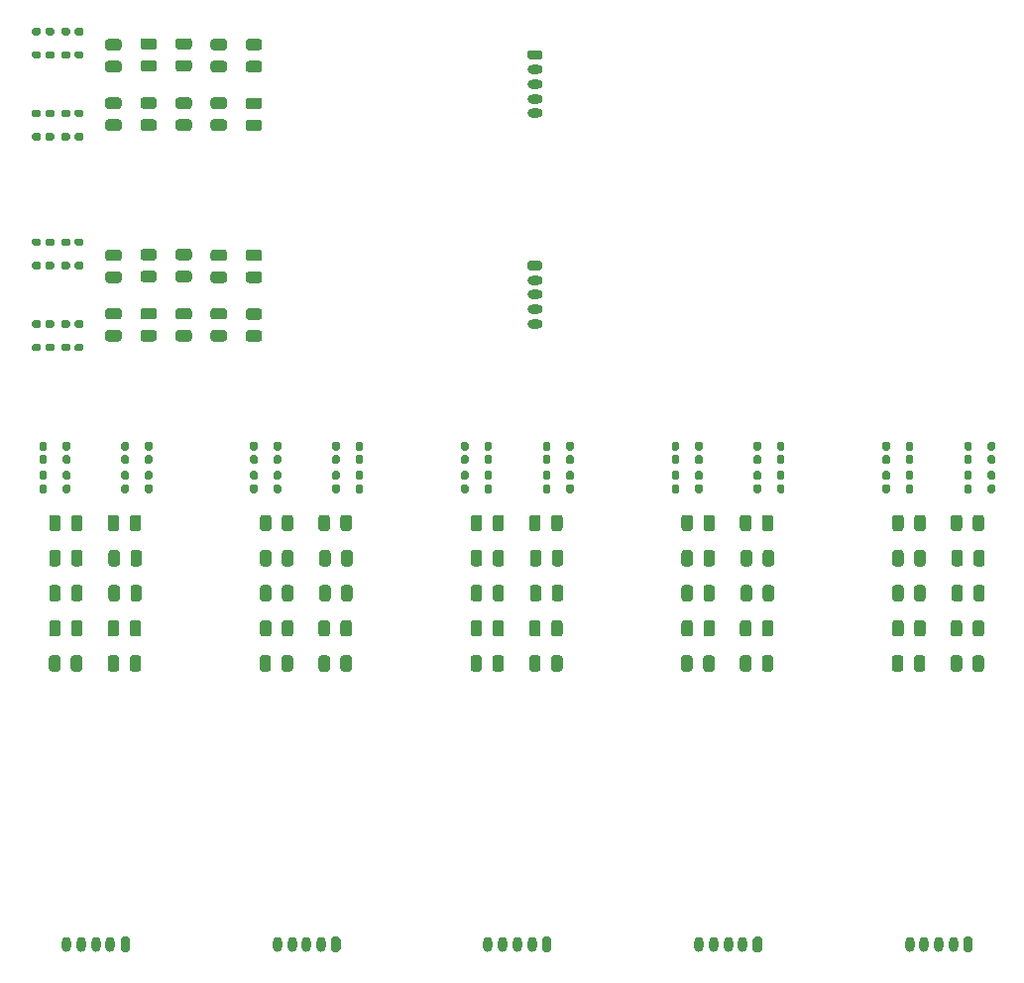
<source format=gts>
%MOIN*%
%OFA0B0*%
%FSLAX46Y46*%
%IPPOS*%
%LPD*%
%ADD10O,0.031496062992125991X0.051181102362204731*%
%ADD21O,0.051181102362204731X0.031496062992125991*%
%ADD22O,0.051181102362204731X0.031496062992125991*%
%ADD23O,0.031496062992125991X0.051181102362204731*%
%ADD24O,0.031496062992125991X0.051181102362204731*%
%ADD25O,0.031496062992125991X0.051181102362204731*%
%ADD26O,0.031496062992125991X0.051181102362204731*%
G01*
D10*
X-0007716535Y0003818897D02*
X0000196850Y0000196850D03*
X0000246062Y0000196850D03*
X0000295275Y0000196850D03*
X0000344488Y0000196850D03*
G36*
G01*
X0000409448Y0000214566D02*
X0000409448Y0000179133D01*
G75*
G02*
X0000401574Y0000171259I-0000007874D01*
G01*
X0000385826Y0000171259D01*
G75*
G02*
X0000377952Y0000179133J0000007874D01*
G01*
X0000377952Y0000214566D01*
G75*
G02*
X0000385826Y0000222440I0000007874D01*
G01*
X0000401574Y0000222440D01*
G75*
G02*
X0000409448Y0000214566J-0000007874D01*
G01*
G37*
G36*
G01*
X0000408956Y0001596210D02*
X0000408956Y0001632135D01*
G75*
G02*
X0000418553Y0001641732I0000009596D01*
G01*
X0000437746Y0001641732D01*
G75*
G02*
X0000447342Y0001632135J-0000009596D01*
G01*
X0000447342Y0001596210D01*
G75*
G02*
X0000437746Y0001586614I-0000009596D01*
G01*
X0000418553Y0001586614D01*
G75*
G02*
X0000408956Y0001596210J0000009596D01*
G01*
G37*
G36*
G01*
X0000335137Y0001596210D02*
X0000335137Y0001632135D01*
G75*
G02*
X0000344734Y0001641732I0000009596D01*
G01*
X0000363927Y0001641732D01*
G75*
G02*
X0000373523Y0001632135J-0000009596D01*
G01*
X0000373523Y0001596210D01*
G75*
G02*
X0000363927Y0001586614I-0000009596D01*
G01*
X0000344734Y0001586614D01*
G75*
G02*
X0000335137Y0001596210J0000009596D01*
G01*
G37*
G36*
G01*
X0000176673Y0001632135D02*
X0000176673Y0001596210D01*
G75*
G02*
X0000167076Y0001586614I-0000009596D01*
G01*
X0000147883Y0001586614D01*
G75*
G02*
X0000138287Y0001596210J0000009596D01*
G01*
X0000138287Y0001632135D01*
G75*
G02*
X0000147883Y0001641732I0000009596D01*
G01*
X0000167076Y0001641732D01*
G75*
G02*
X0000176673Y0001632135J-0000009596D01*
G01*
G37*
G36*
G01*
X0000250492Y0001632135D02*
X0000250492Y0001596210D01*
G75*
G02*
X0000240895Y0001586614I-0000009596D01*
G01*
X0000221702Y0001586614D01*
G75*
G02*
X0000212106Y0001596210J0000009596D01*
G01*
X0000212106Y0001632135D01*
G75*
G02*
X0000221702Y0001641732I0000009596D01*
G01*
X0000240895Y0001641732D01*
G75*
G02*
X0000250492Y0001632135J-0000009596D01*
G01*
G37*
G36*
G01*
X0000408956Y0001123769D02*
X0000408956Y0001159694D01*
G75*
G02*
X0000418553Y0001169291I0000009596D01*
G01*
X0000437746Y0001169291D01*
G75*
G02*
X0000447342Y0001159694J-0000009596D01*
G01*
X0000447342Y0001123769D01*
G75*
G02*
X0000437746Y0001114173I-0000009596D01*
G01*
X0000418553Y0001114173D01*
G75*
G02*
X0000408956Y0001123769J0000009596D01*
G01*
G37*
G36*
G01*
X0000335137Y0001123769D02*
X0000335137Y0001159694D01*
G75*
G02*
X0000344734Y0001169291I0000009596D01*
G01*
X0000363927Y0001169291D01*
G75*
G02*
X0000373523Y0001159694J-0000009596D01*
G01*
X0000373523Y0001123769D01*
G75*
G02*
X0000363927Y0001114173I-0000009596D01*
G01*
X0000344734Y0001114173D01*
G75*
G02*
X0000335137Y0001123769J0000009596D01*
G01*
G37*
G36*
G01*
X0000175714Y0001159777D02*
X0000175714Y0001123852D01*
G75*
G02*
X0000166117Y0001114256I-0000009596D01*
G01*
X0000146924Y0001114256D01*
G75*
G02*
X0000137328Y0001123852J0000009596D01*
G01*
X0000137328Y0001159777D01*
G75*
G02*
X0000146924Y0001169374I0000009596D01*
G01*
X0000166117Y0001169374D01*
G75*
G02*
X0000175714Y0001159777J-0000009596D01*
G01*
G37*
G36*
G01*
X0000249533Y0001159777D02*
X0000249533Y0001123852D01*
G75*
G02*
X0000239936Y0001114256I-0000009596D01*
G01*
X0000220743Y0001114256D01*
G75*
G02*
X0000211147Y0001123852J0000009596D01*
G01*
X0000211147Y0001159777D01*
G75*
G02*
X0000220743Y0001169374I0000009596D01*
G01*
X0000239936Y0001169374D01*
G75*
G02*
X0000249533Y0001159777J-0000009596D01*
G01*
G37*
G36*
G01*
X0000408956Y0001241879D02*
X0000408956Y0001277805D01*
G75*
G02*
X0000418553Y0001287401I0000009596D01*
G01*
X0000437746Y0001287401D01*
G75*
G02*
X0000447342Y0001277805J-0000009596D01*
G01*
X0000447342Y0001241879D01*
G75*
G02*
X0000437746Y0001232283I-0000009596D01*
G01*
X0000418553Y0001232283D01*
G75*
G02*
X0000408956Y0001241879J0000009596D01*
G01*
G37*
G36*
G01*
X0000335137Y0001241879D02*
X0000335137Y0001277805D01*
G75*
G02*
X0000344734Y0001287401I0000009596D01*
G01*
X0000363927Y0001287401D01*
G75*
G02*
X0000373523Y0001277805J-0000009596D01*
G01*
X0000373523Y0001241879D01*
G75*
G02*
X0000363927Y0001232283I-0000009596D01*
G01*
X0000344734Y0001232283D01*
G75*
G02*
X0000335137Y0001241879J0000009596D01*
G01*
G37*
G36*
G01*
X0000176673Y0001277805D02*
X0000176673Y0001241879D01*
G75*
G02*
X0000167076Y0001232283I-0000009596D01*
G01*
X0000147883Y0001232283D01*
G75*
G02*
X0000138287Y0001241879J0000009596D01*
G01*
X0000138287Y0001277805D01*
G75*
G02*
X0000147883Y0001287401I0000009596D01*
G01*
X0000167076Y0001287401D01*
G75*
G02*
X0000176673Y0001277805J-0000009596D01*
G01*
G37*
G36*
G01*
X0000250492Y0001277805D02*
X0000250492Y0001241879D01*
G75*
G02*
X0000240895Y0001232283I-0000009596D01*
G01*
X0000221702Y0001232283D01*
G75*
G02*
X0000212106Y0001241879J0000009596D01*
G01*
X0000212106Y0001277805D01*
G75*
G02*
X0000221702Y0001287401I0000009596D01*
G01*
X0000240895Y0001287401D01*
G75*
G02*
X0000250492Y0001277805J-0000009596D01*
G01*
G37*
G36*
G01*
X0000411417Y0001359990D02*
X0000411417Y0001395915D01*
G75*
G02*
X0000421013Y0001405511I0000009596D01*
G01*
X0000440206Y0001405511D01*
G75*
G02*
X0000449803Y0001395915J-0000009596D01*
G01*
X0000449803Y0001359990D01*
G75*
G02*
X0000440206Y0001350393I-0000009596D01*
G01*
X0000421013Y0001350393D01*
G75*
G02*
X0000411417Y0001359990J0000009596D01*
G01*
G37*
G36*
G01*
X0000337598Y0001359990D02*
X0000337598Y0001395915D01*
G75*
G02*
X0000347194Y0001405511I0000009596D01*
G01*
X0000366387Y0001405511D01*
G75*
G02*
X0000375984Y0001395915J-0000009596D01*
G01*
X0000375984Y0001359990D01*
G75*
G02*
X0000366387Y0001350393I-0000009596D01*
G01*
X0000347194Y0001350393D01*
G75*
G02*
X0000337598Y0001359990J0000009596D01*
G01*
G37*
G36*
G01*
X0000176673Y0001395915D02*
X0000176673Y0001359990D01*
G75*
G02*
X0000167076Y0001350393I-0000009596D01*
G01*
X0000147883Y0001350393D01*
G75*
G02*
X0000138287Y0001359990J0000009596D01*
G01*
X0000138287Y0001395915D01*
G75*
G02*
X0000147883Y0001405511I0000009596D01*
G01*
X0000167076Y0001405511D01*
G75*
G02*
X0000176673Y0001395915J-0000009596D01*
G01*
G37*
G36*
G01*
X0000250492Y0001395915D02*
X0000250492Y0001359990D01*
G75*
G02*
X0000240895Y0001350393I-0000009596D01*
G01*
X0000221702Y0001350393D01*
G75*
G02*
X0000212106Y0001359990J0000009596D01*
G01*
X0000212106Y0001395915D01*
G75*
G02*
X0000221702Y0001405511I0000009596D01*
G01*
X0000240895Y0001405511D01*
G75*
G02*
X0000250492Y0001395915J-0000009596D01*
G01*
G37*
G36*
G01*
X0000411417Y0001478100D02*
X0000411417Y0001514025D01*
G75*
G02*
X0000421013Y0001523622I0000009596D01*
G01*
X0000440206Y0001523622D01*
G75*
G02*
X0000449803Y0001514025J-0000009596D01*
G01*
X0000449803Y0001478100D01*
G75*
G02*
X0000440206Y0001468503I-0000009596D01*
G01*
X0000421013Y0001468503D01*
G75*
G02*
X0000411417Y0001478100J0000009596D01*
G01*
G37*
G36*
G01*
X0000337598Y0001478100D02*
X0000337598Y0001514025D01*
G75*
G02*
X0000347194Y0001523622I0000009596D01*
G01*
X0000366387Y0001523622D01*
G75*
G02*
X0000375984Y0001514025J-0000009596D01*
G01*
X0000375984Y0001478100D01*
G75*
G02*
X0000366387Y0001468503I-0000009596D01*
G01*
X0000347194Y0001468503D01*
G75*
G02*
X0000337598Y0001478100J0000009596D01*
G01*
G37*
G36*
G01*
X0000176673Y0001514025D02*
X0000176673Y0001478100D01*
G75*
G02*
X0000167076Y0001468503I-0000009596D01*
G01*
X0000147883Y0001468503D01*
G75*
G02*
X0000138287Y0001478100J0000009596D01*
G01*
X0000138287Y0001514025D01*
G75*
G02*
X0000147883Y0001523622I0000009596D01*
G01*
X0000167076Y0001523622D01*
G75*
G02*
X0000176673Y0001514025J-0000009596D01*
G01*
G37*
G36*
G01*
X0000250492Y0001514025D02*
X0000250492Y0001478100D01*
G75*
G02*
X0000240895Y0001468503I-0000009596D01*
G01*
X0000221702Y0001468503D01*
G75*
G02*
X0000212106Y0001478100J0000009596D01*
G01*
X0000212106Y0001514025D01*
G75*
G02*
X0000221702Y0001523622I0000009596D01*
G01*
X0000240895Y0001523622D01*
G75*
G02*
X0000250492Y0001514025J-0000009596D01*
G01*
G37*
G36*
G01*
X0000124409Y0001857874D02*
X0000111811Y0001857874D01*
G75*
G02*
X0000105511Y0001864173J0000006299D01*
G01*
X0000105511Y0001881692D01*
G75*
G02*
X0000111811Y0001887992I0000006299D01*
G01*
X0000124409Y0001887992D01*
G75*
G02*
X0000130708Y0001881692J-0000006299D01*
G01*
X0000130708Y0001864173D01*
G75*
G02*
X0000124409Y0001857874I-0000006299D01*
G01*
G37*
G36*
G01*
X0000124409Y0001812795D02*
X0000111811Y0001812795D01*
G75*
G02*
X0000105511Y0001819094J0000006299D01*
G01*
X0000105511Y0001836614D01*
G75*
G02*
X0000111811Y0001842913I0000006299D01*
G01*
X0000124409Y0001842913D01*
G75*
G02*
X0000130708Y0001836614J-0000006299D01*
G01*
X0000130708Y0001819094D01*
G75*
G02*
X0000124409Y0001812795I-0000006299D01*
G01*
G37*
G36*
G01*
X0000478740Y0001759448D02*
X0000466141Y0001759448D01*
G75*
G02*
X0000459842Y0001765748J0000006299D01*
G01*
X0000459842Y0001783267D01*
G75*
G02*
X0000466141Y0001789566I0000006299D01*
G01*
X0000478740Y0001789566D01*
G75*
G02*
X0000485039Y0001783267J-0000006299D01*
G01*
X0000485039Y0001765748D01*
G75*
G02*
X0000478740Y0001759448I-0000006299D01*
G01*
G37*
G36*
G01*
X0000478740Y0001714370D02*
X0000466141Y0001714370D01*
G75*
G02*
X0000459842Y0001720669J0000006299D01*
G01*
X0000459842Y0001738188D01*
G75*
G02*
X0000466141Y0001744488I0000006299D01*
G01*
X0000478740Y0001744488D01*
G75*
G02*
X0000485039Y0001738188J-0000006299D01*
G01*
X0000485039Y0001720669D01*
G75*
G02*
X0000478740Y0001714370I-0000006299D01*
G01*
G37*
G36*
G01*
X0000203149Y0001759448D02*
X0000190551Y0001759448D01*
G75*
G02*
X0000184251Y0001765748J0000006299D01*
G01*
X0000184251Y0001783267D01*
G75*
G02*
X0000190551Y0001789566I0000006299D01*
G01*
X0000203149Y0001789566D01*
G75*
G02*
X0000209448Y0001783267J-0000006299D01*
G01*
X0000209448Y0001765748D01*
G75*
G02*
X0000203149Y0001759448I-0000006299D01*
G01*
G37*
G36*
G01*
X0000203149Y0001714370D02*
X0000190551Y0001714370D01*
G75*
G02*
X0000184251Y0001720669J0000006299D01*
G01*
X0000184251Y0001738188D01*
G75*
G02*
X0000190551Y0001744488I0000006299D01*
G01*
X0000203149Y0001744488D01*
G75*
G02*
X0000209448Y0001738188J-0000006299D01*
G01*
X0000209448Y0001720669D01*
G75*
G02*
X0000203149Y0001714370I-0000006299D01*
G01*
G37*
G36*
G01*
X0000399999Y0001857874D02*
X0000387401Y0001857874D01*
G75*
G02*
X0000381102Y0001864173J0000006299D01*
G01*
X0000381102Y0001881692D01*
G75*
G02*
X0000387401Y0001887992I0000006299D01*
G01*
X0000399999Y0001887992D01*
G75*
G02*
X0000406299Y0001881692J-0000006299D01*
G01*
X0000406299Y0001864173D01*
G75*
G02*
X0000399999Y0001857874I-0000006299D01*
G01*
G37*
G36*
G01*
X0000399999Y0001812795D02*
X0000387401Y0001812795D01*
G75*
G02*
X0000381102Y0001819094J0000006299D01*
G01*
X0000381102Y0001836614D01*
G75*
G02*
X0000387401Y0001842913I0000006299D01*
G01*
X0000399999Y0001842913D01*
G75*
G02*
X0000406299Y0001836614J-0000006299D01*
G01*
X0000406299Y0001819094D01*
G75*
G02*
X0000399999Y0001812795I-0000006299D01*
G01*
G37*
G36*
G01*
X0000203149Y0001857874D02*
X0000190551Y0001857874D01*
G75*
G02*
X0000184251Y0001864173J0000006299D01*
G01*
X0000184251Y0001881692D01*
G75*
G02*
X0000190551Y0001887992I0000006299D01*
G01*
X0000203149Y0001887992D01*
G75*
G02*
X0000209448Y0001881692J-0000006299D01*
G01*
X0000209448Y0001864173D01*
G75*
G02*
X0000203149Y0001857874I-0000006299D01*
G01*
G37*
G36*
G01*
X0000203149Y0001812795D02*
X0000190551Y0001812795D01*
G75*
G02*
X0000184251Y0001819094J0000006299D01*
G01*
X0000184251Y0001836614D01*
G75*
G02*
X0000190551Y0001842913I0000006299D01*
G01*
X0000203149Y0001842913D01*
G75*
G02*
X0000209448Y0001836614J-0000006299D01*
G01*
X0000209448Y0001819094D01*
G75*
G02*
X0000203149Y0001812795I-0000006299D01*
G01*
G37*
G36*
G01*
X0000399999Y0001759448D02*
X0000387401Y0001759448D01*
G75*
G02*
X0000381102Y0001765748J0000006299D01*
G01*
X0000381102Y0001783267D01*
G75*
G02*
X0000387401Y0001789566I0000006299D01*
G01*
X0000399999Y0001789566D01*
G75*
G02*
X0000406299Y0001783267J-0000006299D01*
G01*
X0000406299Y0001765748D01*
G75*
G02*
X0000399999Y0001759448I-0000006299D01*
G01*
G37*
G36*
G01*
X0000399999Y0001714370D02*
X0000387401Y0001714370D01*
G75*
G02*
X0000381102Y0001720669J0000006299D01*
G01*
X0000381102Y0001738188D01*
G75*
G02*
X0000387401Y0001744488I0000006299D01*
G01*
X0000399999Y0001744488D01*
G75*
G02*
X0000406299Y0001738188J-0000006299D01*
G01*
X0000406299Y0001720669D01*
G75*
G02*
X0000399999Y0001714370I-0000006299D01*
G01*
G37*
G36*
G01*
X0000124409Y0001759448D02*
X0000111811Y0001759448D01*
G75*
G02*
X0000105511Y0001765748J0000006299D01*
G01*
X0000105511Y0001783267D01*
G75*
G02*
X0000111811Y0001789566I0000006299D01*
G01*
X0000124409Y0001789566D01*
G75*
G02*
X0000130708Y0001783267J-0000006299D01*
G01*
X0000130708Y0001765748D01*
G75*
G02*
X0000124409Y0001759448I-0000006299D01*
G01*
G37*
G36*
G01*
X0000124409Y0001714370D02*
X0000111811Y0001714370D01*
G75*
G02*
X0000105511Y0001720669J0000006299D01*
G01*
X0000105511Y0001738188D01*
G75*
G02*
X0000111811Y0001744488I0000006299D01*
G01*
X0000124409Y0001744488D01*
G75*
G02*
X0000130708Y0001738188J-0000006299D01*
G01*
X0000130708Y0001720669D01*
G75*
G02*
X0000124409Y0001714370I-0000006299D01*
G01*
G37*
G36*
G01*
X0000478740Y0001857874D02*
X0000466141Y0001857874D01*
G75*
G02*
X0000459842Y0001864173J0000006299D01*
G01*
X0000459842Y0001881692D01*
G75*
G02*
X0000466141Y0001887992I0000006299D01*
G01*
X0000478740Y0001887992D01*
G75*
G02*
X0000485039Y0001881692J-0000006299D01*
G01*
X0000485039Y0001864173D01*
G75*
G02*
X0000478740Y0001857874I-0000006299D01*
G01*
G37*
G36*
G01*
X0000478740Y0001812795D02*
X0000466141Y0001812795D01*
G75*
G02*
X0000459842Y0001819094J0000006299D01*
G01*
X0000459842Y0001836614D01*
G75*
G02*
X0000466141Y0001842913I0000006299D01*
G01*
X0000478740Y0001842913D01*
G75*
G02*
X0000485039Y0001836614J-0000006299D01*
G01*
X0000485039Y0001819094D01*
G75*
G02*
X0000478740Y0001812795I-0000006299D01*
G01*
G37*
G04 next file*
G04 #@! TF.GenerationSoftware,KiCad,Pcbnew,(5.1.10)-1*
G04 #@! TF.CreationDate,2021-09-22T20:54:56-07:00*
G04 #@! TF.ProjectId,project,70726f6a-6563-4742-9e6b-696361645f70,rev?*
G04 #@! TF.SameCoordinates,Original*
G04 #@! TF.FileFunction,Soldermask,Top*
G04 #@! TF.FilePolarity,Negative*
G04 Gerber Fmt 4.6, Leading zero omitted, Abs format (unit mm)*
G04 Created by KiCad (PCBNEW (5.1.10)-1) date 2021-09-22 20:54:56*
G01*
G04 APERTURE LIST*
G04 APERTURE END LIST*
D21*
X-0001850393Y-0005629921D02*
X0001771653Y0002283464D03*
X0001771653Y0002332677D03*
X0001771653Y0002381889D03*
X0001771653Y0002431102D03*
G36*
G01*
X0001753937Y0002496062D02*
X0001789370Y0002496062D01*
G75*
G02*
X0001797244Y0002488188J-0000007874D01*
G01*
X0001797244Y0002472440D01*
G75*
G02*
X0001789370Y0002464566I-0000007874D01*
G01*
X0001753937Y0002464566D01*
G75*
G02*
X0001746062Y0002472440J0000007874D01*
G01*
X0001746062Y0002488188D01*
G75*
G02*
X0001753937Y0002496062I0000007874D01*
G01*
G37*
G36*
G01*
X0000372293Y0002495570D02*
X0000336368Y0002495570D01*
G75*
G02*
X0000326771Y0002505167J0000009596D01*
G01*
X0000326771Y0002524360D01*
G75*
G02*
X0000336368Y0002533956I0000009596D01*
G01*
X0000372293Y0002533956D01*
G75*
G02*
X0000381889Y0002524360J-0000009596D01*
G01*
X0000381889Y0002505167D01*
G75*
G02*
X0000372293Y0002495570I-0000009596D01*
G01*
G37*
G36*
G01*
X0000372293Y0002421751D02*
X0000336368Y0002421751D01*
G75*
G02*
X0000326771Y0002431348J0000009596D01*
G01*
X0000326771Y0002450541D01*
G75*
G02*
X0000336368Y0002460137I0000009596D01*
G01*
X0000372293Y0002460137D01*
G75*
G02*
X0000381889Y0002450541J-0000009596D01*
G01*
X0000381889Y0002431348D01*
G75*
G02*
X0000372293Y0002421751I-0000009596D01*
G01*
G37*
G36*
G01*
X0000336368Y0002263287D02*
X0000372293Y0002263287D01*
G75*
G02*
X0000381889Y0002253690J-0000009596D01*
G01*
X0000381889Y0002234497D01*
G75*
G02*
X0000372293Y0002224901I-0000009596D01*
G01*
X0000336368Y0002224901D01*
G75*
G02*
X0000326771Y0002234497J0000009596D01*
G01*
X0000326771Y0002253690D01*
G75*
G02*
X0000336368Y0002263287I0000009596D01*
G01*
G37*
G36*
G01*
X0000336368Y0002337106D02*
X0000372293Y0002337106D01*
G75*
G02*
X0000381889Y0002327509J-0000009596D01*
G01*
X0000381889Y0002308316D01*
G75*
G02*
X0000372293Y0002298720I-0000009596D01*
G01*
X0000336368Y0002298720D01*
G75*
G02*
X0000326771Y0002308316J0000009596D01*
G01*
X0000326771Y0002327509D01*
G75*
G02*
X0000336368Y0002337106I0000009596D01*
G01*
G37*
G36*
G01*
X0000844734Y0002495570D02*
X0000808809Y0002495570D01*
G75*
G02*
X0000799212Y0002505167J0000009596D01*
G01*
X0000799212Y0002524360D01*
G75*
G02*
X0000808809Y0002533956I0000009596D01*
G01*
X0000844734Y0002533956D01*
G75*
G02*
X0000854330Y0002524360J-0000009596D01*
G01*
X0000854330Y0002505167D01*
G75*
G02*
X0000844734Y0002495570I-0000009596D01*
G01*
G37*
G36*
G01*
X0000844734Y0002421751D02*
X0000808809Y0002421751D01*
G75*
G02*
X0000799212Y0002431348J0000009596D01*
G01*
X0000799212Y0002450541D01*
G75*
G02*
X0000808809Y0002460137I0000009596D01*
G01*
X0000844734Y0002460137D01*
G75*
G02*
X0000854330Y0002450541J-0000009596D01*
G01*
X0000854330Y0002431348D01*
G75*
G02*
X0000844734Y0002421751I-0000009596D01*
G01*
G37*
G36*
G01*
X0000808726Y0002262328D02*
X0000844651Y0002262328D01*
G75*
G02*
X0000854247Y0002252731J-0000009596D01*
G01*
X0000854247Y0002233538D01*
G75*
G02*
X0000844651Y0002223942I-0000009596D01*
G01*
X0000808726Y0002223942D01*
G75*
G02*
X0000799129Y0002233538J0000009596D01*
G01*
X0000799129Y0002252731D01*
G75*
G02*
X0000808726Y0002262328I0000009596D01*
G01*
G37*
G36*
G01*
X0000808726Y0002336147D02*
X0000844651Y0002336147D01*
G75*
G02*
X0000854247Y0002326550J-0000009596D01*
G01*
X0000854247Y0002307357D01*
G75*
G02*
X0000844651Y0002297761I-0000009596D01*
G01*
X0000808726Y0002297761D01*
G75*
G02*
X0000799129Y0002307357J0000009596D01*
G01*
X0000799129Y0002326550D01*
G75*
G02*
X0000808726Y0002336147I0000009596D01*
G01*
G37*
G36*
G01*
X0000726624Y0002495570D02*
X0000690698Y0002495570D01*
G75*
G02*
X0000681102Y0002505167J0000009596D01*
G01*
X0000681102Y0002524360D01*
G75*
G02*
X0000690698Y0002533956I0000009596D01*
G01*
X0000726624Y0002533956D01*
G75*
G02*
X0000736220Y0002524360J-0000009596D01*
G01*
X0000736220Y0002505167D01*
G75*
G02*
X0000726624Y0002495570I-0000009596D01*
G01*
G37*
G36*
G01*
X0000726624Y0002421751D02*
X0000690698Y0002421751D01*
G75*
G02*
X0000681102Y0002431348J0000009596D01*
G01*
X0000681102Y0002450541D01*
G75*
G02*
X0000690698Y0002460137I0000009596D01*
G01*
X0000726624Y0002460137D01*
G75*
G02*
X0000736220Y0002450541J-0000009596D01*
G01*
X0000736220Y0002431348D01*
G75*
G02*
X0000726624Y0002421751I-0000009596D01*
G01*
G37*
G36*
G01*
X0000690698Y0002263287D02*
X0000726624Y0002263287D01*
G75*
G02*
X0000736220Y0002253690J-0000009596D01*
G01*
X0000736220Y0002234497D01*
G75*
G02*
X0000726624Y0002224901I-0000009596D01*
G01*
X0000690698Y0002224901D01*
G75*
G02*
X0000681102Y0002234497J0000009596D01*
G01*
X0000681102Y0002253690D01*
G75*
G02*
X0000690698Y0002263287I0000009596D01*
G01*
G37*
G36*
G01*
X0000690698Y0002337106D02*
X0000726624Y0002337106D01*
G75*
G02*
X0000736220Y0002327509J-0000009596D01*
G01*
X0000736220Y0002308316D01*
G75*
G02*
X0000726624Y0002298720I-0000009596D01*
G01*
X0000690698Y0002298720D01*
G75*
G02*
X0000681102Y0002308316J0000009596D01*
G01*
X0000681102Y0002327509D01*
G75*
G02*
X0000690698Y0002337106I0000009596D01*
G01*
G37*
G36*
G01*
X0000608513Y0002498031D02*
X0000572588Y0002498031D01*
G75*
G02*
X0000562992Y0002507627J0000009596D01*
G01*
X0000562992Y0002526820D01*
G75*
G02*
X0000572588Y0002536417I0000009596D01*
G01*
X0000608513Y0002536417D01*
G75*
G02*
X0000618110Y0002526820J-0000009596D01*
G01*
X0000618110Y0002507627D01*
G75*
G02*
X0000608513Y0002498031I-0000009596D01*
G01*
G37*
G36*
G01*
X0000608513Y0002424212D02*
X0000572588Y0002424212D01*
G75*
G02*
X0000562992Y0002433809J0000009596D01*
G01*
X0000562992Y0002453001D01*
G75*
G02*
X0000572588Y0002462598I0000009596D01*
G01*
X0000608513Y0002462598D01*
G75*
G02*
X0000618110Y0002453001J-0000009596D01*
G01*
X0000618110Y0002433809D01*
G75*
G02*
X0000608513Y0002424212I-0000009596D01*
G01*
G37*
G36*
G01*
X0000572588Y0002263287D02*
X0000608513Y0002263287D01*
G75*
G02*
X0000618110Y0002253690J-0000009596D01*
G01*
X0000618110Y0002234497D01*
G75*
G02*
X0000608513Y0002224901I-0000009596D01*
G01*
X0000572588Y0002224901D01*
G75*
G02*
X0000562992Y0002234497J0000009596D01*
G01*
X0000562992Y0002253690D01*
G75*
G02*
X0000572588Y0002263287I0000009596D01*
G01*
G37*
G36*
G01*
X0000572588Y0002337106D02*
X0000608513Y0002337106D01*
G75*
G02*
X0000618110Y0002327509J-0000009596D01*
G01*
X0000618110Y0002308316D01*
G75*
G02*
X0000608513Y0002298720I-0000009596D01*
G01*
X0000572588Y0002298720D01*
G75*
G02*
X0000562992Y0002308316J0000009596D01*
G01*
X0000562992Y0002327509D01*
G75*
G02*
X0000572588Y0002337106I0000009596D01*
G01*
G37*
G36*
G01*
X0000490403Y0002498031D02*
X0000454478Y0002498031D01*
G75*
G02*
X0000444881Y0002507627J0000009596D01*
G01*
X0000444881Y0002526820D01*
G75*
G02*
X0000454478Y0002536417I0000009596D01*
G01*
X0000490403Y0002536417D01*
G75*
G02*
X0000500000Y0002526820J-0000009596D01*
G01*
X0000500000Y0002507627D01*
G75*
G02*
X0000490403Y0002498031I-0000009596D01*
G01*
G37*
G36*
G01*
X0000490403Y0002424212D02*
X0000454478Y0002424212D01*
G75*
G02*
X0000444881Y0002433809J0000009596D01*
G01*
X0000444881Y0002453001D01*
G75*
G02*
X0000454478Y0002462598I0000009596D01*
G01*
X0000490403Y0002462598D01*
G75*
G02*
X0000500000Y0002453001J-0000009596D01*
G01*
X0000500000Y0002433809D01*
G75*
G02*
X0000490403Y0002424212I-0000009596D01*
G01*
G37*
G36*
G01*
X0000454478Y0002263287D02*
X0000490403Y0002263287D01*
G75*
G02*
X0000500000Y0002253690J-0000009596D01*
G01*
X0000500000Y0002234497D01*
G75*
G02*
X0000490403Y0002224901I-0000009596D01*
G01*
X0000454478Y0002224901D01*
G75*
G02*
X0000444881Y0002234497J0000009596D01*
G01*
X0000444881Y0002253690D01*
G75*
G02*
X0000454478Y0002263287I0000009596D01*
G01*
G37*
G36*
G01*
X0000454478Y0002337106D02*
X0000490403Y0002337106D01*
G75*
G02*
X0000500000Y0002327509J-0000009596D01*
G01*
X0000500000Y0002308316D01*
G75*
G02*
X0000490403Y0002298720I-0000009596D01*
G01*
X0000454478Y0002298720D01*
G75*
G02*
X0000444881Y0002308316J0000009596D01*
G01*
X0000444881Y0002327509D01*
G75*
G02*
X0000454478Y0002337106I0000009596D01*
G01*
G37*
G36*
G01*
X0000110629Y0002211023D02*
X0000110629Y0002198425D01*
G75*
G02*
X0000104330Y0002192125I-0000006299D01*
G01*
X0000086811Y0002192125D01*
G75*
G02*
X0000080511Y0002198425J0000006299D01*
G01*
X0000080511Y0002211023D01*
G75*
G02*
X0000086811Y0002217322I0000006299D01*
G01*
X0000104330Y0002217322D01*
G75*
G02*
X0000110629Y0002211023J-0000006299D01*
G01*
G37*
G36*
G01*
X0000155708Y0002211023D02*
X0000155708Y0002198425D01*
G75*
G02*
X0000149409Y0002192125I-0000006299D01*
G01*
X0000131889Y0002192125D01*
G75*
G02*
X0000125590Y0002198425J0000006299D01*
G01*
X0000125590Y0002211023D01*
G75*
G02*
X0000131889Y0002217322I0000006299D01*
G01*
X0000149409Y0002217322D01*
G75*
G02*
X0000155708Y0002211023J-0000006299D01*
G01*
G37*
G36*
G01*
X0000209055Y0002565354D02*
X0000209055Y0002552755D01*
G75*
G02*
X0000202755Y0002546456I-0000006299D01*
G01*
X0000185236Y0002546456D01*
G75*
G02*
X0000178937Y0002552755J0000006299D01*
G01*
X0000178937Y0002565354D01*
G75*
G02*
X0000185236Y0002571653I0000006299D01*
G01*
X0000202755Y0002571653D01*
G75*
G02*
X0000209055Y0002565354J-0000006299D01*
G01*
G37*
G36*
G01*
X0000254133Y0002565354D02*
X0000254133Y0002552755D01*
G75*
G02*
X0000247834Y0002546456I-0000006299D01*
G01*
X0000230314Y0002546456D01*
G75*
G02*
X0000224015Y0002552755J0000006299D01*
G01*
X0000224015Y0002565354D01*
G75*
G02*
X0000230314Y0002571653I0000006299D01*
G01*
X0000247834Y0002571653D01*
G75*
G02*
X0000254133Y0002565354J-0000006299D01*
G01*
G37*
G36*
G01*
X0000209055Y0002289763D02*
X0000209055Y0002277165D01*
G75*
G02*
X0000202755Y0002270866I-0000006299D01*
G01*
X0000185236Y0002270866D01*
G75*
G02*
X0000178937Y0002277165J0000006299D01*
G01*
X0000178937Y0002289763D01*
G75*
G02*
X0000185236Y0002296062I0000006299D01*
G01*
X0000202755Y0002296062D01*
G75*
G02*
X0000209055Y0002289763J-0000006299D01*
G01*
G37*
G36*
G01*
X0000254133Y0002289763D02*
X0000254133Y0002277165D01*
G75*
G02*
X0000247834Y0002270866I-0000006299D01*
G01*
X0000230314Y0002270866D01*
G75*
G02*
X0000224015Y0002277165J0000006299D01*
G01*
X0000224015Y0002289763D01*
G75*
G02*
X0000230314Y0002296062I0000006299D01*
G01*
X0000247834Y0002296062D01*
G75*
G02*
X0000254133Y0002289763J-0000006299D01*
G01*
G37*
G36*
G01*
X0000110629Y0002486614D02*
X0000110629Y0002474015D01*
G75*
G02*
X0000104330Y0002467716I-0000006299D01*
G01*
X0000086811Y0002467716D01*
G75*
G02*
X0000080511Y0002474015J0000006299D01*
G01*
X0000080511Y0002486614D01*
G75*
G02*
X0000086811Y0002492913I0000006299D01*
G01*
X0000104330Y0002492913D01*
G75*
G02*
X0000110629Y0002486614J-0000006299D01*
G01*
G37*
G36*
G01*
X0000155708Y0002486614D02*
X0000155708Y0002474015D01*
G75*
G02*
X0000149409Y0002467716I-0000006299D01*
G01*
X0000131889Y0002467716D01*
G75*
G02*
X0000125590Y0002474015J0000006299D01*
G01*
X0000125590Y0002486614D01*
G75*
G02*
X0000131889Y0002492913I0000006299D01*
G01*
X0000149409Y0002492913D01*
G75*
G02*
X0000155708Y0002486614J-0000006299D01*
G01*
G37*
G36*
G01*
X0000110629Y0002289763D02*
X0000110629Y0002277165D01*
G75*
G02*
X0000104330Y0002270866I-0000006299D01*
G01*
X0000086811Y0002270866D01*
G75*
G02*
X0000080511Y0002277165J0000006299D01*
G01*
X0000080511Y0002289763D01*
G75*
G02*
X0000086811Y0002296062I0000006299D01*
G01*
X0000104330Y0002296062D01*
G75*
G02*
X0000110629Y0002289763J-0000006299D01*
G01*
G37*
G36*
G01*
X0000155708Y0002289763D02*
X0000155708Y0002277165D01*
G75*
G02*
X0000149409Y0002270866I-0000006299D01*
G01*
X0000131889Y0002270866D01*
G75*
G02*
X0000125590Y0002277165J0000006299D01*
G01*
X0000125590Y0002289763D01*
G75*
G02*
X0000131889Y0002296062I0000006299D01*
G01*
X0000149409Y0002296062D01*
G75*
G02*
X0000155708Y0002289763J-0000006299D01*
G01*
G37*
G36*
G01*
X0000209055Y0002486614D02*
X0000209055Y0002474015D01*
G75*
G02*
X0000202755Y0002467716I-0000006299D01*
G01*
X0000185236Y0002467716D01*
G75*
G02*
X0000178937Y0002474015J0000006299D01*
G01*
X0000178937Y0002486614D01*
G75*
G02*
X0000185236Y0002492913I0000006299D01*
G01*
X0000202755Y0002492913D01*
G75*
G02*
X0000209055Y0002486614J-0000006299D01*
G01*
G37*
G36*
G01*
X0000254133Y0002486614D02*
X0000254133Y0002474015D01*
G75*
G02*
X0000247834Y0002467716I-0000006299D01*
G01*
X0000230314Y0002467716D01*
G75*
G02*
X0000224015Y0002474015J0000006299D01*
G01*
X0000224015Y0002486614D01*
G75*
G02*
X0000230314Y0002492913I0000006299D01*
G01*
X0000247834Y0002492913D01*
G75*
G02*
X0000254133Y0002486614J-0000006299D01*
G01*
G37*
G36*
G01*
X0000209055Y0002211023D02*
X0000209055Y0002198425D01*
G75*
G02*
X0000202755Y0002192125I-0000006299D01*
G01*
X0000185236Y0002192125D01*
G75*
G02*
X0000178937Y0002198425J0000006299D01*
G01*
X0000178937Y0002211023D01*
G75*
G02*
X0000185236Y0002217322I0000006299D01*
G01*
X0000202755Y0002217322D01*
G75*
G02*
X0000209055Y0002211023J-0000006299D01*
G01*
G37*
G36*
G01*
X0000254133Y0002211023D02*
X0000254133Y0002198425D01*
G75*
G02*
X0000247834Y0002192125I-0000006299D01*
G01*
X0000230314Y0002192125D01*
G75*
G02*
X0000224015Y0002198425J0000006299D01*
G01*
X0000224015Y0002211023D01*
G75*
G02*
X0000230314Y0002217322I0000006299D01*
G01*
X0000247834Y0002217322D01*
G75*
G02*
X0000254133Y0002211023J-0000006299D01*
G01*
G37*
G36*
G01*
X0000110629Y0002565354D02*
X0000110629Y0002552755D01*
G75*
G02*
X0000104330Y0002546456I-0000006299D01*
G01*
X0000086811Y0002546456D01*
G75*
G02*
X0000080511Y0002552755J0000006299D01*
G01*
X0000080511Y0002565354D01*
G75*
G02*
X0000086811Y0002571653I0000006299D01*
G01*
X0000104330Y0002571653D01*
G75*
G02*
X0000110629Y0002565354J-0000006299D01*
G01*
G37*
G36*
G01*
X0000155708Y0002565354D02*
X0000155708Y0002552755D01*
G75*
G02*
X0000149409Y0002546456I-0000006299D01*
G01*
X0000131889Y0002546456D01*
G75*
G02*
X0000125590Y0002552755J0000006299D01*
G01*
X0000125590Y0002565354D01*
G75*
G02*
X0000131889Y0002571653I0000006299D01*
G01*
X0000149409Y0002571653D01*
G75*
G02*
X0000155708Y0002565354J-0000006299D01*
G01*
G37*
G04 next file*
G04 #@! TF.GenerationSoftware,KiCad,Pcbnew,(5.1.10)-1*
G04 #@! TF.CreationDate,2021-09-22T20:54:56-07:00*
G04 #@! TF.ProjectId,project,70726f6a-6563-4742-9e6b-696361645f70,rev?*
G04 #@! TF.SameCoordinates,Original*
G04 #@! TF.FileFunction,Soldermask,Top*
G04 #@! TF.FilePolarity,Negative*
G04 Gerber Fmt 4.6, Leading zero omitted, Abs format (unit mm)*
G04 Created by KiCad (PCBNEW (5.1.10)-1) date 2021-09-22 20:54:56*
G01*
G04 APERTURE LIST*
G04 APERTURE END LIST*
D22*
X-0001850393Y-0004921259D02*
X0001771653Y0002992125D03*
X0001771653Y0003041338D03*
X0001771653Y0003090551D03*
X0001771653Y0003139763D03*
G36*
G01*
X0001753937Y0003204724D02*
X0001789370Y0003204724D01*
G75*
G02*
X0001797244Y0003196850J-0000007874D01*
G01*
X0001797244Y0003181102D01*
G75*
G02*
X0001789370Y0003173228I-0000007874D01*
G01*
X0001753937Y0003173228D01*
G75*
G02*
X0001746062Y0003181102J0000007874D01*
G01*
X0001746062Y0003196850D01*
G75*
G02*
X0001753937Y0003204724I0000007874D01*
G01*
G37*
G36*
G01*
X0000372293Y0003204232D02*
X0000336368Y0003204232D01*
G75*
G02*
X0000326771Y0003213828J0000009596D01*
G01*
X0000326771Y0003233021D01*
G75*
G02*
X0000336368Y0003242618I0000009596D01*
G01*
X0000372293Y0003242618D01*
G75*
G02*
X0000381889Y0003233021J-0000009596D01*
G01*
X0000381889Y0003213828D01*
G75*
G02*
X0000372293Y0003204232I-0000009596D01*
G01*
G37*
G36*
G01*
X0000372293Y0003130413D02*
X0000336368Y0003130413D01*
G75*
G02*
X0000326771Y0003140009J0000009596D01*
G01*
X0000326771Y0003159202D01*
G75*
G02*
X0000336368Y0003168799I0000009596D01*
G01*
X0000372293Y0003168799D01*
G75*
G02*
X0000381889Y0003159202J-0000009596D01*
G01*
X0000381889Y0003140009D01*
G75*
G02*
X0000372293Y0003130413I-0000009596D01*
G01*
G37*
G36*
G01*
X0000336368Y0002971948D02*
X0000372293Y0002971948D01*
G75*
G02*
X0000381889Y0002962352J-0000009596D01*
G01*
X0000381889Y0002943159D01*
G75*
G02*
X0000372293Y0002933562I-0000009596D01*
G01*
X0000336368Y0002933562D01*
G75*
G02*
X0000326771Y0002943159J0000009596D01*
G01*
X0000326771Y0002962352D01*
G75*
G02*
X0000336368Y0002971948I0000009596D01*
G01*
G37*
G36*
G01*
X0000336368Y0003045767D02*
X0000372293Y0003045767D01*
G75*
G02*
X0000381889Y0003036171J-0000009596D01*
G01*
X0000381889Y0003016978D01*
G75*
G02*
X0000372293Y0003007381I-0000009596D01*
G01*
X0000336368Y0003007381D01*
G75*
G02*
X0000326771Y0003016978J0000009596D01*
G01*
X0000326771Y0003036171D01*
G75*
G02*
X0000336368Y0003045767I0000009596D01*
G01*
G37*
G36*
G01*
X0000844734Y0003204232D02*
X0000808809Y0003204232D01*
G75*
G02*
X0000799212Y0003213828J0000009596D01*
G01*
X0000799212Y0003233021D01*
G75*
G02*
X0000808809Y0003242618I0000009596D01*
G01*
X0000844734Y0003242618D01*
G75*
G02*
X0000854330Y0003233021J-0000009596D01*
G01*
X0000854330Y0003213828D01*
G75*
G02*
X0000844734Y0003204232I-0000009596D01*
G01*
G37*
G36*
G01*
X0000844734Y0003130413D02*
X0000808809Y0003130413D01*
G75*
G02*
X0000799212Y0003140009J0000009596D01*
G01*
X0000799212Y0003159202D01*
G75*
G02*
X0000808809Y0003168799I0000009596D01*
G01*
X0000844734Y0003168799D01*
G75*
G02*
X0000854330Y0003159202J-0000009596D01*
G01*
X0000854330Y0003140009D01*
G75*
G02*
X0000844734Y0003130413I-0000009596D01*
G01*
G37*
G36*
G01*
X0000808726Y0002970989D02*
X0000844651Y0002970989D01*
G75*
G02*
X0000854247Y0002961393J-0000009596D01*
G01*
X0000854247Y0002942200D01*
G75*
G02*
X0000844651Y0002932603I-0000009596D01*
G01*
X0000808726Y0002932603D01*
G75*
G02*
X0000799129Y0002942200J0000009596D01*
G01*
X0000799129Y0002961393D01*
G75*
G02*
X0000808726Y0002970989I0000009596D01*
G01*
G37*
G36*
G01*
X0000808726Y0003044808D02*
X0000844651Y0003044808D01*
G75*
G02*
X0000854247Y0003035212J-0000009596D01*
G01*
X0000854247Y0003016019D01*
G75*
G02*
X0000844651Y0003006422I-0000009596D01*
G01*
X0000808726Y0003006422D01*
G75*
G02*
X0000799129Y0003016019J0000009596D01*
G01*
X0000799129Y0003035212D01*
G75*
G02*
X0000808726Y0003044808I0000009596D01*
G01*
G37*
G36*
G01*
X0000726624Y0003204232D02*
X0000690698Y0003204232D01*
G75*
G02*
X0000681102Y0003213828J0000009596D01*
G01*
X0000681102Y0003233021D01*
G75*
G02*
X0000690698Y0003242618I0000009596D01*
G01*
X0000726624Y0003242618D01*
G75*
G02*
X0000736220Y0003233021J-0000009596D01*
G01*
X0000736220Y0003213828D01*
G75*
G02*
X0000726624Y0003204232I-0000009596D01*
G01*
G37*
G36*
G01*
X0000726624Y0003130413D02*
X0000690698Y0003130413D01*
G75*
G02*
X0000681102Y0003140009J0000009596D01*
G01*
X0000681102Y0003159202D01*
G75*
G02*
X0000690698Y0003168799I0000009596D01*
G01*
X0000726624Y0003168799D01*
G75*
G02*
X0000736220Y0003159202J-0000009596D01*
G01*
X0000736220Y0003140009D01*
G75*
G02*
X0000726624Y0003130413I-0000009596D01*
G01*
G37*
G36*
G01*
X0000690698Y0002971948D02*
X0000726624Y0002971948D01*
G75*
G02*
X0000736220Y0002962352J-0000009596D01*
G01*
X0000736220Y0002943159D01*
G75*
G02*
X0000726624Y0002933562I-0000009596D01*
G01*
X0000690698Y0002933562D01*
G75*
G02*
X0000681102Y0002943159J0000009596D01*
G01*
X0000681102Y0002962352D01*
G75*
G02*
X0000690698Y0002971948I0000009596D01*
G01*
G37*
G36*
G01*
X0000690698Y0003045767D02*
X0000726624Y0003045767D01*
G75*
G02*
X0000736220Y0003036171J-0000009596D01*
G01*
X0000736220Y0003016978D01*
G75*
G02*
X0000726624Y0003007381I-0000009596D01*
G01*
X0000690698Y0003007381D01*
G75*
G02*
X0000681102Y0003016978J0000009596D01*
G01*
X0000681102Y0003036171D01*
G75*
G02*
X0000690698Y0003045767I0000009596D01*
G01*
G37*
G36*
G01*
X0000608513Y0003206692D02*
X0000572588Y0003206692D01*
G75*
G02*
X0000562992Y0003216289J0000009596D01*
G01*
X0000562992Y0003235482D01*
G75*
G02*
X0000572588Y0003245078I0000009596D01*
G01*
X0000608513Y0003245078D01*
G75*
G02*
X0000618110Y0003235482J-0000009596D01*
G01*
X0000618110Y0003216289D01*
G75*
G02*
X0000608513Y0003206692I-0000009596D01*
G01*
G37*
G36*
G01*
X0000608513Y0003132873D02*
X0000572588Y0003132873D01*
G75*
G02*
X0000562992Y0003142470J0000009596D01*
G01*
X0000562992Y0003161663D01*
G75*
G02*
X0000572588Y0003171259I0000009596D01*
G01*
X0000608513Y0003171259D01*
G75*
G02*
X0000618110Y0003161663J-0000009596D01*
G01*
X0000618110Y0003142470D01*
G75*
G02*
X0000608513Y0003132873I-0000009596D01*
G01*
G37*
G36*
G01*
X0000572588Y0002971948D02*
X0000608513Y0002971948D01*
G75*
G02*
X0000618110Y0002962352J-0000009596D01*
G01*
X0000618110Y0002943159D01*
G75*
G02*
X0000608513Y0002933562I-0000009596D01*
G01*
X0000572588Y0002933562D01*
G75*
G02*
X0000562992Y0002943159J0000009596D01*
G01*
X0000562992Y0002962352D01*
G75*
G02*
X0000572588Y0002971948I0000009596D01*
G01*
G37*
G36*
G01*
X0000572588Y0003045767D02*
X0000608513Y0003045767D01*
G75*
G02*
X0000618110Y0003036171J-0000009596D01*
G01*
X0000618110Y0003016978D01*
G75*
G02*
X0000608513Y0003007381I-0000009596D01*
G01*
X0000572588Y0003007381D01*
G75*
G02*
X0000562992Y0003016978J0000009596D01*
G01*
X0000562992Y0003036171D01*
G75*
G02*
X0000572588Y0003045767I0000009596D01*
G01*
G37*
G36*
G01*
X0000490403Y0003206692D02*
X0000454478Y0003206692D01*
G75*
G02*
X0000444881Y0003216289J0000009596D01*
G01*
X0000444881Y0003235482D01*
G75*
G02*
X0000454478Y0003245078I0000009596D01*
G01*
X0000490403Y0003245078D01*
G75*
G02*
X0000500000Y0003235482J-0000009596D01*
G01*
X0000500000Y0003216289D01*
G75*
G02*
X0000490403Y0003206692I-0000009596D01*
G01*
G37*
G36*
G01*
X0000490403Y0003132873D02*
X0000454478Y0003132873D01*
G75*
G02*
X0000444881Y0003142470J0000009596D01*
G01*
X0000444881Y0003161663D01*
G75*
G02*
X0000454478Y0003171259I0000009596D01*
G01*
X0000490403Y0003171259D01*
G75*
G02*
X0000500000Y0003161663J-0000009596D01*
G01*
X0000500000Y0003142470D01*
G75*
G02*
X0000490403Y0003132873I-0000009596D01*
G01*
G37*
G36*
G01*
X0000454478Y0002971948D02*
X0000490403Y0002971948D01*
G75*
G02*
X0000500000Y0002962352J-0000009596D01*
G01*
X0000500000Y0002943159D01*
G75*
G02*
X0000490403Y0002933562I-0000009596D01*
G01*
X0000454478Y0002933562D01*
G75*
G02*
X0000444881Y0002943159J0000009596D01*
G01*
X0000444881Y0002962352D01*
G75*
G02*
X0000454478Y0002971948I0000009596D01*
G01*
G37*
G36*
G01*
X0000454478Y0003045767D02*
X0000490403Y0003045767D01*
G75*
G02*
X0000500000Y0003036171J-0000009596D01*
G01*
X0000500000Y0003016978D01*
G75*
G02*
X0000490403Y0003007381I-0000009596D01*
G01*
X0000454478Y0003007381D01*
G75*
G02*
X0000444881Y0003016978J0000009596D01*
G01*
X0000444881Y0003036171D01*
G75*
G02*
X0000454478Y0003045767I0000009596D01*
G01*
G37*
G36*
G01*
X0000110629Y0002919685D02*
X0000110629Y0002907086D01*
G75*
G02*
X0000104330Y0002900787I-0000006299D01*
G01*
X0000086811Y0002900787D01*
G75*
G02*
X0000080511Y0002907086J0000006299D01*
G01*
X0000080511Y0002919685D01*
G75*
G02*
X0000086811Y0002925984I0000006299D01*
G01*
X0000104330Y0002925984D01*
G75*
G02*
X0000110629Y0002919685J-0000006299D01*
G01*
G37*
G36*
G01*
X0000155708Y0002919685D02*
X0000155708Y0002907086D01*
G75*
G02*
X0000149409Y0002900787I-0000006299D01*
G01*
X0000131889Y0002900787D01*
G75*
G02*
X0000125590Y0002907086J0000006299D01*
G01*
X0000125590Y0002919685D01*
G75*
G02*
X0000131889Y0002925984I0000006299D01*
G01*
X0000149409Y0002925984D01*
G75*
G02*
X0000155708Y0002919685J-0000006299D01*
G01*
G37*
G36*
G01*
X0000209055Y0003274015D02*
X0000209055Y0003261417D01*
G75*
G02*
X0000202755Y0003255118I-0000006299D01*
G01*
X0000185236Y0003255118D01*
G75*
G02*
X0000178937Y0003261417J0000006299D01*
G01*
X0000178937Y0003274015D01*
G75*
G02*
X0000185236Y0003280314I0000006299D01*
G01*
X0000202755Y0003280314D01*
G75*
G02*
X0000209055Y0003274015J-0000006299D01*
G01*
G37*
G36*
G01*
X0000254133Y0003274015D02*
X0000254133Y0003261417D01*
G75*
G02*
X0000247834Y0003255118I-0000006299D01*
G01*
X0000230314Y0003255118D01*
G75*
G02*
X0000224015Y0003261417J0000006299D01*
G01*
X0000224015Y0003274015D01*
G75*
G02*
X0000230314Y0003280314I0000006299D01*
G01*
X0000247834Y0003280314D01*
G75*
G02*
X0000254133Y0003274015J-0000006299D01*
G01*
G37*
G36*
G01*
X0000209055Y0002998425D02*
X0000209055Y0002985826D01*
G75*
G02*
X0000202755Y0002979527I-0000006299D01*
G01*
X0000185236Y0002979527D01*
G75*
G02*
X0000178937Y0002985826J0000006299D01*
G01*
X0000178937Y0002998425D01*
G75*
G02*
X0000185236Y0003004724I0000006299D01*
G01*
X0000202755Y0003004724D01*
G75*
G02*
X0000209055Y0002998425J-0000006299D01*
G01*
G37*
G36*
G01*
X0000254133Y0002998425D02*
X0000254133Y0002985826D01*
G75*
G02*
X0000247834Y0002979527I-0000006299D01*
G01*
X0000230314Y0002979527D01*
G75*
G02*
X0000224015Y0002985826J0000006299D01*
G01*
X0000224015Y0002998425D01*
G75*
G02*
X0000230314Y0003004724I0000006299D01*
G01*
X0000247834Y0003004724D01*
G75*
G02*
X0000254133Y0002998425J-0000006299D01*
G01*
G37*
G36*
G01*
X0000110629Y0003195275D02*
X0000110629Y0003182677D01*
G75*
G02*
X0000104330Y0003176377I-0000006299D01*
G01*
X0000086811Y0003176377D01*
G75*
G02*
X0000080511Y0003182677J0000006299D01*
G01*
X0000080511Y0003195275D01*
G75*
G02*
X0000086811Y0003201574I0000006299D01*
G01*
X0000104330Y0003201574D01*
G75*
G02*
X0000110629Y0003195275J-0000006299D01*
G01*
G37*
G36*
G01*
X0000155708Y0003195275D02*
X0000155708Y0003182677D01*
G75*
G02*
X0000149409Y0003176377I-0000006299D01*
G01*
X0000131889Y0003176377D01*
G75*
G02*
X0000125590Y0003182677J0000006299D01*
G01*
X0000125590Y0003195275D01*
G75*
G02*
X0000131889Y0003201574I0000006299D01*
G01*
X0000149409Y0003201574D01*
G75*
G02*
X0000155708Y0003195275J-0000006299D01*
G01*
G37*
G36*
G01*
X0000110629Y0002998425D02*
X0000110629Y0002985826D01*
G75*
G02*
X0000104330Y0002979527I-0000006299D01*
G01*
X0000086811Y0002979527D01*
G75*
G02*
X0000080511Y0002985826J0000006299D01*
G01*
X0000080511Y0002998425D01*
G75*
G02*
X0000086811Y0003004724I0000006299D01*
G01*
X0000104330Y0003004724D01*
G75*
G02*
X0000110629Y0002998425J-0000006299D01*
G01*
G37*
G36*
G01*
X0000155708Y0002998425D02*
X0000155708Y0002985826D01*
G75*
G02*
X0000149409Y0002979527I-0000006299D01*
G01*
X0000131889Y0002979527D01*
G75*
G02*
X0000125590Y0002985826J0000006299D01*
G01*
X0000125590Y0002998425D01*
G75*
G02*
X0000131889Y0003004724I0000006299D01*
G01*
X0000149409Y0003004724D01*
G75*
G02*
X0000155708Y0002998425J-0000006299D01*
G01*
G37*
G36*
G01*
X0000209055Y0003195275D02*
X0000209055Y0003182677D01*
G75*
G02*
X0000202755Y0003176377I-0000006299D01*
G01*
X0000185236Y0003176377D01*
G75*
G02*
X0000178937Y0003182677J0000006299D01*
G01*
X0000178937Y0003195275D01*
G75*
G02*
X0000185236Y0003201574I0000006299D01*
G01*
X0000202755Y0003201574D01*
G75*
G02*
X0000209055Y0003195275J-0000006299D01*
G01*
G37*
G36*
G01*
X0000254133Y0003195275D02*
X0000254133Y0003182677D01*
G75*
G02*
X0000247834Y0003176377I-0000006299D01*
G01*
X0000230314Y0003176377D01*
G75*
G02*
X0000224015Y0003182677J0000006299D01*
G01*
X0000224015Y0003195275D01*
G75*
G02*
X0000230314Y0003201574I0000006299D01*
G01*
X0000247834Y0003201574D01*
G75*
G02*
X0000254133Y0003195275J-0000006299D01*
G01*
G37*
G36*
G01*
X0000209055Y0002919685D02*
X0000209055Y0002907086D01*
G75*
G02*
X0000202755Y0002900787I-0000006299D01*
G01*
X0000185236Y0002900787D01*
G75*
G02*
X0000178937Y0002907086J0000006299D01*
G01*
X0000178937Y0002919685D01*
G75*
G02*
X0000185236Y0002925984I0000006299D01*
G01*
X0000202755Y0002925984D01*
G75*
G02*
X0000209055Y0002919685J-0000006299D01*
G01*
G37*
G36*
G01*
X0000254133Y0002919685D02*
X0000254133Y0002907086D01*
G75*
G02*
X0000247834Y0002900787I-0000006299D01*
G01*
X0000230314Y0002900787D01*
G75*
G02*
X0000224015Y0002907086J0000006299D01*
G01*
X0000224015Y0002919685D01*
G75*
G02*
X0000230314Y0002925984I0000006299D01*
G01*
X0000247834Y0002925984D01*
G75*
G02*
X0000254133Y0002919685J-0000006299D01*
G01*
G37*
G36*
G01*
X0000110629Y0003274015D02*
X0000110629Y0003261417D01*
G75*
G02*
X0000104330Y0003255118I-0000006299D01*
G01*
X0000086811Y0003255118D01*
G75*
G02*
X0000080511Y0003261417J0000006299D01*
G01*
X0000080511Y0003274015D01*
G75*
G02*
X0000086811Y0003280314I0000006299D01*
G01*
X0000104330Y0003280314D01*
G75*
G02*
X0000110629Y0003274015J-0000006299D01*
G01*
G37*
G36*
G01*
X0000155708Y0003274015D02*
X0000155708Y0003261417D01*
G75*
G02*
X0000149409Y0003255118I-0000006299D01*
G01*
X0000131889Y0003255118D01*
G75*
G02*
X0000125590Y0003261417J0000006299D01*
G01*
X0000125590Y0003274015D01*
G75*
G02*
X0000131889Y0003280314I0000006299D01*
G01*
X0000149409Y0003280314D01*
G75*
G02*
X0000155708Y0003274015J-0000006299D01*
G01*
G37*
G04 next file*
G04 #@! TF.GenerationSoftware,KiCad,Pcbnew,(5.1.10)-1*
G04 #@! TF.CreationDate,2021-09-22T20:54:56-07:00*
G04 #@! TF.ProjectId,project,70726f6a-6563-4742-9e6b-696361645f70,rev?*
G04 #@! TF.SameCoordinates,Original*
G04 #@! TF.FileFunction,Soldermask,Top*
G04 #@! TF.FilePolarity,Negative*
G04 Gerber Fmt 4.6, Leading zero omitted, Abs format (unit mm)*
G04 Created by KiCad (PCBNEW (5.1.10)-1) date 2021-09-22 20:54:56*
G01*
G04 APERTURE LIST*
G04 APERTURE END LIST*
D23*
X-0007007874Y0003818897D02*
X0000905511Y0000196850D03*
X0000954724Y0000196850D03*
X0001003937Y0000196850D03*
X0001053149Y0000196850D03*
G36*
G01*
X0001118110Y0000214566D02*
X0001118110Y0000179133D01*
G75*
G02*
X0001110236Y0000171259I-0000007874D01*
G01*
X0001094488Y0000171259D01*
G75*
G02*
X0001086614Y0000179133J0000007874D01*
G01*
X0001086614Y0000214566D01*
G75*
G02*
X0001094488Y0000222440I0000007874D01*
G01*
X0001110236Y0000222440D01*
G75*
G02*
X0001118110Y0000214566J-0000007874D01*
G01*
G37*
G36*
G01*
X0001117618Y0001596210D02*
X0001117618Y0001632135D01*
G75*
G02*
X0001127214Y0001641732I0000009596D01*
G01*
X0001146407Y0001641732D01*
G75*
G02*
X0001156003Y0001632135J-0000009596D01*
G01*
X0001156003Y0001596210D01*
G75*
G02*
X0001146407Y0001586614I-0000009596D01*
G01*
X0001127214Y0001586614D01*
G75*
G02*
X0001117618Y0001596210J0000009596D01*
G01*
G37*
G36*
G01*
X0001043799Y0001596210D02*
X0001043799Y0001632135D01*
G75*
G02*
X0001053395Y0001641732I0000009596D01*
G01*
X0001072588Y0001641732D01*
G75*
G02*
X0001082185Y0001632135J-0000009596D01*
G01*
X0001082185Y0001596210D01*
G75*
G02*
X0001072588Y0001586614I-0000009596D01*
G01*
X0001053395Y0001586614D01*
G75*
G02*
X0001043799Y0001596210J0000009596D01*
G01*
G37*
G36*
G01*
X0000885334Y0001632135D02*
X0000885334Y0001596210D01*
G75*
G02*
X0000875738Y0001586614I-0000009596D01*
G01*
X0000856545Y0001586614D01*
G75*
G02*
X0000846948Y0001596210J0000009596D01*
G01*
X0000846948Y0001632135D01*
G75*
G02*
X0000856545Y0001641732I0000009596D01*
G01*
X0000875738Y0001641732D01*
G75*
G02*
X0000885334Y0001632135J-0000009596D01*
G01*
G37*
G36*
G01*
X0000959153Y0001632135D02*
X0000959153Y0001596210D01*
G75*
G02*
X0000949557Y0001586614I-0000009596D01*
G01*
X0000930364Y0001586614D01*
G75*
G02*
X0000920767Y0001596210J0000009596D01*
G01*
X0000920767Y0001632135D01*
G75*
G02*
X0000930364Y0001641732I0000009596D01*
G01*
X0000949557Y0001641732D01*
G75*
G02*
X0000959153Y0001632135J-0000009596D01*
G01*
G37*
G36*
G01*
X0001117618Y0001123769D02*
X0001117618Y0001159694D01*
G75*
G02*
X0001127214Y0001169291I0000009596D01*
G01*
X0001146407Y0001169291D01*
G75*
G02*
X0001156003Y0001159694J-0000009596D01*
G01*
X0001156003Y0001123769D01*
G75*
G02*
X0001146407Y0001114173I-0000009596D01*
G01*
X0001127214Y0001114173D01*
G75*
G02*
X0001117618Y0001123769J0000009596D01*
G01*
G37*
G36*
G01*
X0001043799Y0001123769D02*
X0001043799Y0001159694D01*
G75*
G02*
X0001053395Y0001169291I0000009596D01*
G01*
X0001072588Y0001169291D01*
G75*
G02*
X0001082185Y0001159694J-0000009596D01*
G01*
X0001082185Y0001123769D01*
G75*
G02*
X0001072588Y0001114173I-0000009596D01*
G01*
X0001053395Y0001114173D01*
G75*
G02*
X0001043799Y0001123769J0000009596D01*
G01*
G37*
G36*
G01*
X0000884375Y0001159777D02*
X0000884375Y0001123852D01*
G75*
G02*
X0000874779Y0001114256I-0000009596D01*
G01*
X0000855586Y0001114256D01*
G75*
G02*
X0000845989Y0001123852J0000009596D01*
G01*
X0000845989Y0001159777D01*
G75*
G02*
X0000855586Y0001169374I0000009596D01*
G01*
X0000874779Y0001169374D01*
G75*
G02*
X0000884375Y0001159777J-0000009596D01*
G01*
G37*
G36*
G01*
X0000958194Y0001159777D02*
X0000958194Y0001123852D01*
G75*
G02*
X0000948597Y0001114256I-0000009596D01*
G01*
X0000929405Y0001114256D01*
G75*
G02*
X0000919808Y0001123852J0000009596D01*
G01*
X0000919808Y0001159777D01*
G75*
G02*
X0000929405Y0001169374I0000009596D01*
G01*
X0000948597Y0001169374D01*
G75*
G02*
X0000958194Y0001159777J-0000009596D01*
G01*
G37*
G36*
G01*
X0001117618Y0001241879D02*
X0001117618Y0001277805D01*
G75*
G02*
X0001127214Y0001287401I0000009596D01*
G01*
X0001146407Y0001287401D01*
G75*
G02*
X0001156003Y0001277805J-0000009596D01*
G01*
X0001156003Y0001241879D01*
G75*
G02*
X0001146407Y0001232283I-0000009596D01*
G01*
X0001127214Y0001232283D01*
G75*
G02*
X0001117618Y0001241879J0000009596D01*
G01*
G37*
G36*
G01*
X0001043799Y0001241879D02*
X0001043799Y0001277805D01*
G75*
G02*
X0001053395Y0001287401I0000009596D01*
G01*
X0001072588Y0001287401D01*
G75*
G02*
X0001082185Y0001277805J-0000009596D01*
G01*
X0001082185Y0001241879D01*
G75*
G02*
X0001072588Y0001232283I-0000009596D01*
G01*
X0001053395Y0001232283D01*
G75*
G02*
X0001043799Y0001241879J0000009596D01*
G01*
G37*
G36*
G01*
X0000885334Y0001277805D02*
X0000885334Y0001241879D01*
G75*
G02*
X0000875738Y0001232283I-0000009596D01*
G01*
X0000856545Y0001232283D01*
G75*
G02*
X0000846948Y0001241879J0000009596D01*
G01*
X0000846948Y0001277805D01*
G75*
G02*
X0000856545Y0001287401I0000009596D01*
G01*
X0000875738Y0001287401D01*
G75*
G02*
X0000885334Y0001277805J-0000009596D01*
G01*
G37*
G36*
G01*
X0000959153Y0001277805D02*
X0000959153Y0001241879D01*
G75*
G02*
X0000949557Y0001232283I-0000009596D01*
G01*
X0000930364Y0001232283D01*
G75*
G02*
X0000920767Y0001241879J0000009596D01*
G01*
X0000920767Y0001277805D01*
G75*
G02*
X0000930364Y0001287401I0000009596D01*
G01*
X0000949557Y0001287401D01*
G75*
G02*
X0000959153Y0001277805J-0000009596D01*
G01*
G37*
G36*
G01*
X0001120078Y0001359990D02*
X0001120078Y0001395915D01*
G75*
G02*
X0001129675Y0001405511I0000009596D01*
G01*
X0001148868Y0001405511D01*
G75*
G02*
X0001158464Y0001395915J-0000009596D01*
G01*
X0001158464Y0001359990D01*
G75*
G02*
X0001148868Y0001350393I-0000009596D01*
G01*
X0001129675Y0001350393D01*
G75*
G02*
X0001120078Y0001359990J0000009596D01*
G01*
G37*
G36*
G01*
X0001046259Y0001359990D02*
X0001046259Y0001395915D01*
G75*
G02*
X0001055856Y0001405511I0000009596D01*
G01*
X0001075049Y0001405511D01*
G75*
G02*
X0001084645Y0001395915J-0000009596D01*
G01*
X0001084645Y0001359990D01*
G75*
G02*
X0001075049Y0001350393I-0000009596D01*
G01*
X0001055856Y0001350393D01*
G75*
G02*
X0001046259Y0001359990J0000009596D01*
G01*
G37*
G36*
G01*
X0000885334Y0001395915D02*
X0000885334Y0001359990D01*
G75*
G02*
X0000875738Y0001350393I-0000009596D01*
G01*
X0000856545Y0001350393D01*
G75*
G02*
X0000846948Y0001359990J0000009596D01*
G01*
X0000846948Y0001395915D01*
G75*
G02*
X0000856545Y0001405511I0000009596D01*
G01*
X0000875738Y0001405511D01*
G75*
G02*
X0000885334Y0001395915J-0000009596D01*
G01*
G37*
G36*
G01*
X0000959153Y0001395915D02*
X0000959153Y0001359990D01*
G75*
G02*
X0000949557Y0001350393I-0000009596D01*
G01*
X0000930364Y0001350393D01*
G75*
G02*
X0000920767Y0001359990J0000009596D01*
G01*
X0000920767Y0001395915D01*
G75*
G02*
X0000930364Y0001405511I0000009596D01*
G01*
X0000949557Y0001405511D01*
G75*
G02*
X0000959153Y0001395915J-0000009596D01*
G01*
G37*
G36*
G01*
X0001120078Y0001478100D02*
X0001120078Y0001514025D01*
G75*
G02*
X0001129675Y0001523622I0000009596D01*
G01*
X0001148868Y0001523622D01*
G75*
G02*
X0001158464Y0001514025J-0000009596D01*
G01*
X0001158464Y0001478100D01*
G75*
G02*
X0001148868Y0001468503I-0000009596D01*
G01*
X0001129675Y0001468503D01*
G75*
G02*
X0001120078Y0001478100J0000009596D01*
G01*
G37*
G36*
G01*
X0001046259Y0001478100D02*
X0001046259Y0001514025D01*
G75*
G02*
X0001055856Y0001523622I0000009596D01*
G01*
X0001075049Y0001523622D01*
G75*
G02*
X0001084645Y0001514025J-0000009596D01*
G01*
X0001084645Y0001478100D01*
G75*
G02*
X0001075049Y0001468503I-0000009596D01*
G01*
X0001055856Y0001468503D01*
G75*
G02*
X0001046259Y0001478100J0000009596D01*
G01*
G37*
G36*
G01*
X0000885334Y0001514025D02*
X0000885334Y0001478100D01*
G75*
G02*
X0000875738Y0001468503I-0000009596D01*
G01*
X0000856545Y0001468503D01*
G75*
G02*
X0000846948Y0001478100J0000009596D01*
G01*
X0000846948Y0001514025D01*
G75*
G02*
X0000856545Y0001523622I0000009596D01*
G01*
X0000875738Y0001523622D01*
G75*
G02*
X0000885334Y0001514025J-0000009596D01*
G01*
G37*
G36*
G01*
X0000959153Y0001514025D02*
X0000959153Y0001478100D01*
G75*
G02*
X0000949557Y0001468503I-0000009596D01*
G01*
X0000930364Y0001468503D01*
G75*
G02*
X0000920767Y0001478100J0000009596D01*
G01*
X0000920767Y0001514025D01*
G75*
G02*
X0000930364Y0001523622I0000009596D01*
G01*
X0000949557Y0001523622D01*
G75*
G02*
X0000959153Y0001514025J-0000009596D01*
G01*
G37*
G36*
G01*
X0000833070Y0001857874D02*
X0000820472Y0001857874D01*
G75*
G02*
X0000814173Y0001864173J0000006299D01*
G01*
X0000814173Y0001881692D01*
G75*
G02*
X0000820472Y0001887992I0000006299D01*
G01*
X0000833070Y0001887992D01*
G75*
G02*
X0000839370Y0001881692J-0000006299D01*
G01*
X0000839370Y0001864173D01*
G75*
G02*
X0000833070Y0001857874I-0000006299D01*
G01*
G37*
G36*
G01*
X0000833070Y0001812795D02*
X0000820472Y0001812795D01*
G75*
G02*
X0000814173Y0001819094J0000006299D01*
G01*
X0000814173Y0001836614D01*
G75*
G02*
X0000820472Y0001842913I0000006299D01*
G01*
X0000833070Y0001842913D01*
G75*
G02*
X0000839370Y0001836614J-0000006299D01*
G01*
X0000839370Y0001819094D01*
G75*
G02*
X0000833070Y0001812795I-0000006299D01*
G01*
G37*
G36*
G01*
X0001187401Y0001759448D02*
X0001174803Y0001759448D01*
G75*
G02*
X0001168503Y0001765748J0000006299D01*
G01*
X0001168503Y0001783267D01*
G75*
G02*
X0001174803Y0001789566I0000006299D01*
G01*
X0001187401Y0001789566D01*
G75*
G02*
X0001193700Y0001783267J-0000006299D01*
G01*
X0001193700Y0001765748D01*
G75*
G02*
X0001187401Y0001759448I-0000006299D01*
G01*
G37*
G36*
G01*
X0001187401Y0001714370D02*
X0001174803Y0001714370D01*
G75*
G02*
X0001168503Y0001720669J0000006299D01*
G01*
X0001168503Y0001738188D01*
G75*
G02*
X0001174803Y0001744488I0000006299D01*
G01*
X0001187401Y0001744488D01*
G75*
G02*
X0001193700Y0001738188J-0000006299D01*
G01*
X0001193700Y0001720669D01*
G75*
G02*
X0001187401Y0001714370I-0000006299D01*
G01*
G37*
G36*
G01*
X0000911810Y0001759448D02*
X0000899212Y0001759448D01*
G75*
G02*
X0000892913Y0001765748J0000006299D01*
G01*
X0000892913Y0001783267D01*
G75*
G02*
X0000899212Y0001789566I0000006299D01*
G01*
X0000911810Y0001789566D01*
G75*
G02*
X0000918110Y0001783267J-0000006299D01*
G01*
X0000918110Y0001765748D01*
G75*
G02*
X0000911810Y0001759448I-0000006299D01*
G01*
G37*
G36*
G01*
X0000911810Y0001714370D02*
X0000899212Y0001714370D01*
G75*
G02*
X0000892913Y0001720669J0000006299D01*
G01*
X0000892913Y0001738188D01*
G75*
G02*
X0000899212Y0001744488I0000006299D01*
G01*
X0000911810Y0001744488D01*
G75*
G02*
X0000918110Y0001738188J-0000006299D01*
G01*
X0000918110Y0001720669D01*
G75*
G02*
X0000911810Y0001714370I-0000006299D01*
G01*
G37*
G36*
G01*
X0001108661Y0001857874D02*
X0001096062Y0001857874D01*
G75*
G02*
X0001089763Y0001864173J0000006299D01*
G01*
X0001089763Y0001881692D01*
G75*
G02*
X0001096062Y0001887992I0000006299D01*
G01*
X0001108661Y0001887992D01*
G75*
G02*
X0001114960Y0001881692J-0000006299D01*
G01*
X0001114960Y0001864173D01*
G75*
G02*
X0001108661Y0001857874I-0000006299D01*
G01*
G37*
G36*
G01*
X0001108661Y0001812795D02*
X0001096062Y0001812795D01*
G75*
G02*
X0001089763Y0001819094J0000006299D01*
G01*
X0001089763Y0001836614D01*
G75*
G02*
X0001096062Y0001842913I0000006299D01*
G01*
X0001108661Y0001842913D01*
G75*
G02*
X0001114960Y0001836614J-0000006299D01*
G01*
X0001114960Y0001819094D01*
G75*
G02*
X0001108661Y0001812795I-0000006299D01*
G01*
G37*
G36*
G01*
X0000911810Y0001857874D02*
X0000899212Y0001857874D01*
G75*
G02*
X0000892913Y0001864173J0000006299D01*
G01*
X0000892913Y0001881692D01*
G75*
G02*
X0000899212Y0001887992I0000006299D01*
G01*
X0000911810Y0001887992D01*
G75*
G02*
X0000918110Y0001881692J-0000006299D01*
G01*
X0000918110Y0001864173D01*
G75*
G02*
X0000911810Y0001857874I-0000006299D01*
G01*
G37*
G36*
G01*
X0000911810Y0001812795D02*
X0000899212Y0001812795D01*
G75*
G02*
X0000892913Y0001819094J0000006299D01*
G01*
X0000892913Y0001836614D01*
G75*
G02*
X0000899212Y0001842913I0000006299D01*
G01*
X0000911810Y0001842913D01*
G75*
G02*
X0000918110Y0001836614J-0000006299D01*
G01*
X0000918110Y0001819094D01*
G75*
G02*
X0000911810Y0001812795I-0000006299D01*
G01*
G37*
G36*
G01*
X0001108661Y0001759448D02*
X0001096062Y0001759448D01*
G75*
G02*
X0001089763Y0001765748J0000006299D01*
G01*
X0001089763Y0001783267D01*
G75*
G02*
X0001096062Y0001789566I0000006299D01*
G01*
X0001108661Y0001789566D01*
G75*
G02*
X0001114960Y0001783267J-0000006299D01*
G01*
X0001114960Y0001765748D01*
G75*
G02*
X0001108661Y0001759448I-0000006299D01*
G01*
G37*
G36*
G01*
X0001108661Y0001714370D02*
X0001096062Y0001714370D01*
G75*
G02*
X0001089763Y0001720669J0000006299D01*
G01*
X0001089763Y0001738188D01*
G75*
G02*
X0001096062Y0001744488I0000006299D01*
G01*
X0001108661Y0001744488D01*
G75*
G02*
X0001114960Y0001738188J-0000006299D01*
G01*
X0001114960Y0001720669D01*
G75*
G02*
X0001108661Y0001714370I-0000006299D01*
G01*
G37*
G36*
G01*
X0000833070Y0001759448D02*
X0000820472Y0001759448D01*
G75*
G02*
X0000814173Y0001765748J0000006299D01*
G01*
X0000814173Y0001783267D01*
G75*
G02*
X0000820472Y0001789566I0000006299D01*
G01*
X0000833070Y0001789566D01*
G75*
G02*
X0000839370Y0001783267J-0000006299D01*
G01*
X0000839370Y0001765748D01*
G75*
G02*
X0000833070Y0001759448I-0000006299D01*
G01*
G37*
G36*
G01*
X0000833070Y0001714370D02*
X0000820472Y0001714370D01*
G75*
G02*
X0000814173Y0001720669J0000006299D01*
G01*
X0000814173Y0001738188D01*
G75*
G02*
X0000820472Y0001744488I0000006299D01*
G01*
X0000833070Y0001744488D01*
G75*
G02*
X0000839370Y0001738188J-0000006299D01*
G01*
X0000839370Y0001720669D01*
G75*
G02*
X0000833070Y0001714370I-0000006299D01*
G01*
G37*
G36*
G01*
X0001187401Y0001857874D02*
X0001174803Y0001857874D01*
G75*
G02*
X0001168503Y0001864173J0000006299D01*
G01*
X0001168503Y0001881692D01*
G75*
G02*
X0001174803Y0001887992I0000006299D01*
G01*
X0001187401Y0001887992D01*
G75*
G02*
X0001193700Y0001881692J-0000006299D01*
G01*
X0001193700Y0001864173D01*
G75*
G02*
X0001187401Y0001857874I-0000006299D01*
G01*
G37*
G36*
G01*
X0001187401Y0001812795D02*
X0001174803Y0001812795D01*
G75*
G02*
X0001168503Y0001819094J0000006299D01*
G01*
X0001168503Y0001836614D01*
G75*
G02*
X0001174803Y0001842913I0000006299D01*
G01*
X0001187401Y0001842913D01*
G75*
G02*
X0001193700Y0001836614J-0000006299D01*
G01*
X0001193700Y0001819094D01*
G75*
G02*
X0001187401Y0001812795I-0000006299D01*
G01*
G37*
G04 next file*
G04 #@! TF.GenerationSoftware,KiCad,Pcbnew,(5.1.10)-1*
G04 #@! TF.CreationDate,2021-09-22T20:54:56-07:00*
G04 #@! TF.ProjectId,project,70726f6a-6563-4742-9e6b-696361645f70,rev?*
G04 #@! TF.SameCoordinates,Original*
G04 #@! TF.FileFunction,Soldermask,Top*
G04 #@! TF.FilePolarity,Negative*
G04 Gerber Fmt 4.6, Leading zero omitted, Abs format (unit mm)*
G04 Created by KiCad (PCBNEW (5.1.10)-1) date 2021-09-22 20:54:56*
G01*
G04 APERTURE LIST*
G04 APERTURE END LIST*
D24*
X-0006299212Y0003818897D02*
X0001614173Y0000196850D03*
X0001663385Y0000196850D03*
X0001712598Y0000196850D03*
X0001761811Y0000196850D03*
G36*
G01*
X0001826771Y0000214566D02*
X0001826771Y0000179133D01*
G75*
G02*
X0001818897Y0000171259I-0000007874D01*
G01*
X0001803149Y0000171259D01*
G75*
G02*
X0001795275Y0000179133J0000007874D01*
G01*
X0001795275Y0000214566D01*
G75*
G02*
X0001803149Y0000222440I0000007874D01*
G01*
X0001818897Y0000222440D01*
G75*
G02*
X0001826771Y0000214566J-0000007874D01*
G01*
G37*
G36*
G01*
X0001826279Y0001596210D02*
X0001826279Y0001632135D01*
G75*
G02*
X0001835875Y0001641732I0000009596D01*
G01*
X0001855068Y0001641732D01*
G75*
G02*
X0001864665Y0001632135J-0000009596D01*
G01*
X0001864665Y0001596210D01*
G75*
G02*
X0001855068Y0001586614I-0000009596D01*
G01*
X0001835875Y0001586614D01*
G75*
G02*
X0001826279Y0001596210J0000009596D01*
G01*
G37*
G36*
G01*
X0001752460Y0001596210D02*
X0001752460Y0001632135D01*
G75*
G02*
X0001762057Y0001641732I0000009596D01*
G01*
X0001781250Y0001641732D01*
G75*
G02*
X0001790846Y0001632135J-0000009596D01*
G01*
X0001790846Y0001596210D01*
G75*
G02*
X0001781250Y0001586614I-0000009596D01*
G01*
X0001762057Y0001586614D01*
G75*
G02*
X0001752460Y0001596210J0000009596D01*
G01*
G37*
G36*
G01*
X0001593996Y0001632135D02*
X0001593996Y0001596210D01*
G75*
G02*
X0001584399Y0001586614I-0000009596D01*
G01*
X0001565206Y0001586614D01*
G75*
G02*
X0001555610Y0001596210J0000009596D01*
G01*
X0001555610Y0001632135D01*
G75*
G02*
X0001565206Y0001641732I0000009596D01*
G01*
X0001584399Y0001641732D01*
G75*
G02*
X0001593996Y0001632135J-0000009596D01*
G01*
G37*
G36*
G01*
X0001667814Y0001632135D02*
X0001667814Y0001596210D01*
G75*
G02*
X0001658218Y0001586614I-0000009596D01*
G01*
X0001639025Y0001586614D01*
G75*
G02*
X0001629429Y0001596210J0000009596D01*
G01*
X0001629429Y0001632135D01*
G75*
G02*
X0001639025Y0001641732I0000009596D01*
G01*
X0001658218Y0001641732D01*
G75*
G02*
X0001667814Y0001632135J-0000009596D01*
G01*
G37*
G36*
G01*
X0001826279Y0001123769D02*
X0001826279Y0001159694D01*
G75*
G02*
X0001835875Y0001169291I0000009596D01*
G01*
X0001855068Y0001169291D01*
G75*
G02*
X0001864665Y0001159694J-0000009596D01*
G01*
X0001864665Y0001123769D01*
G75*
G02*
X0001855068Y0001114173I-0000009596D01*
G01*
X0001835875Y0001114173D01*
G75*
G02*
X0001826279Y0001123769J0000009596D01*
G01*
G37*
G36*
G01*
X0001752460Y0001123769D02*
X0001752460Y0001159694D01*
G75*
G02*
X0001762057Y0001169291I0000009596D01*
G01*
X0001781250Y0001169291D01*
G75*
G02*
X0001790846Y0001159694J-0000009596D01*
G01*
X0001790846Y0001123769D01*
G75*
G02*
X0001781250Y0001114173I-0000009596D01*
G01*
X0001762057Y0001114173D01*
G75*
G02*
X0001752460Y0001123769J0000009596D01*
G01*
G37*
G36*
G01*
X0001593036Y0001159777D02*
X0001593036Y0001123852D01*
G75*
G02*
X0001583440Y0001114256I-0000009596D01*
G01*
X0001564247Y0001114256D01*
G75*
G02*
X0001554651Y0001123852J0000009596D01*
G01*
X0001554651Y0001159777D01*
G75*
G02*
X0001564247Y0001169374I0000009596D01*
G01*
X0001583440Y0001169374D01*
G75*
G02*
X0001593036Y0001159777J-0000009596D01*
G01*
G37*
G36*
G01*
X0001666855Y0001159777D02*
X0001666855Y0001123852D01*
G75*
G02*
X0001657259Y0001114256I-0000009596D01*
G01*
X0001638066Y0001114256D01*
G75*
G02*
X0001628470Y0001123852J0000009596D01*
G01*
X0001628470Y0001159777D01*
G75*
G02*
X0001638066Y0001169374I0000009596D01*
G01*
X0001657259Y0001169374D01*
G75*
G02*
X0001666855Y0001159777J-0000009596D01*
G01*
G37*
G36*
G01*
X0001826279Y0001241879D02*
X0001826279Y0001277805D01*
G75*
G02*
X0001835875Y0001287401I0000009596D01*
G01*
X0001855068Y0001287401D01*
G75*
G02*
X0001864665Y0001277805J-0000009596D01*
G01*
X0001864665Y0001241879D01*
G75*
G02*
X0001855068Y0001232283I-0000009596D01*
G01*
X0001835875Y0001232283D01*
G75*
G02*
X0001826279Y0001241879J0000009596D01*
G01*
G37*
G36*
G01*
X0001752460Y0001241879D02*
X0001752460Y0001277805D01*
G75*
G02*
X0001762057Y0001287401I0000009596D01*
G01*
X0001781250Y0001287401D01*
G75*
G02*
X0001790846Y0001277805J-0000009596D01*
G01*
X0001790846Y0001241879D01*
G75*
G02*
X0001781250Y0001232283I-0000009596D01*
G01*
X0001762057Y0001232283D01*
G75*
G02*
X0001752460Y0001241879J0000009596D01*
G01*
G37*
G36*
G01*
X0001593996Y0001277805D02*
X0001593996Y0001241879D01*
G75*
G02*
X0001584399Y0001232283I-0000009596D01*
G01*
X0001565206Y0001232283D01*
G75*
G02*
X0001555610Y0001241879J0000009596D01*
G01*
X0001555610Y0001277805D01*
G75*
G02*
X0001565206Y0001287401I0000009596D01*
G01*
X0001584399Y0001287401D01*
G75*
G02*
X0001593996Y0001277805J-0000009596D01*
G01*
G37*
G36*
G01*
X0001667814Y0001277805D02*
X0001667814Y0001241879D01*
G75*
G02*
X0001658218Y0001232283I-0000009596D01*
G01*
X0001639025Y0001232283D01*
G75*
G02*
X0001629429Y0001241879J0000009596D01*
G01*
X0001629429Y0001277805D01*
G75*
G02*
X0001639025Y0001287401I0000009596D01*
G01*
X0001658218Y0001287401D01*
G75*
G02*
X0001667814Y0001277805J-0000009596D01*
G01*
G37*
G36*
G01*
X0001828740Y0001359990D02*
X0001828740Y0001395915D01*
G75*
G02*
X0001838336Y0001405511I0000009596D01*
G01*
X0001857529Y0001405511D01*
G75*
G02*
X0001867125Y0001395915J-0000009596D01*
G01*
X0001867125Y0001359990D01*
G75*
G02*
X0001857529Y0001350393I-0000009596D01*
G01*
X0001838336Y0001350393D01*
G75*
G02*
X0001828740Y0001359990J0000009596D01*
G01*
G37*
G36*
G01*
X0001754921Y0001359990D02*
X0001754921Y0001395915D01*
G75*
G02*
X0001764517Y0001405511I0000009596D01*
G01*
X0001783710Y0001405511D01*
G75*
G02*
X0001793307Y0001395915J-0000009596D01*
G01*
X0001793307Y0001359990D01*
G75*
G02*
X0001783710Y0001350393I-0000009596D01*
G01*
X0001764517Y0001350393D01*
G75*
G02*
X0001754921Y0001359990J0000009596D01*
G01*
G37*
G36*
G01*
X0001593996Y0001395915D02*
X0001593996Y0001359990D01*
G75*
G02*
X0001584399Y0001350393I-0000009596D01*
G01*
X0001565206Y0001350393D01*
G75*
G02*
X0001555610Y0001359990J0000009596D01*
G01*
X0001555610Y0001395915D01*
G75*
G02*
X0001565206Y0001405511I0000009596D01*
G01*
X0001584399Y0001405511D01*
G75*
G02*
X0001593996Y0001395915J-0000009596D01*
G01*
G37*
G36*
G01*
X0001667814Y0001395915D02*
X0001667814Y0001359990D01*
G75*
G02*
X0001658218Y0001350393I-0000009596D01*
G01*
X0001639025Y0001350393D01*
G75*
G02*
X0001629429Y0001359990J0000009596D01*
G01*
X0001629429Y0001395915D01*
G75*
G02*
X0001639025Y0001405511I0000009596D01*
G01*
X0001658218Y0001405511D01*
G75*
G02*
X0001667814Y0001395915J-0000009596D01*
G01*
G37*
G36*
G01*
X0001828740Y0001478100D02*
X0001828740Y0001514025D01*
G75*
G02*
X0001838336Y0001523622I0000009596D01*
G01*
X0001857529Y0001523622D01*
G75*
G02*
X0001867125Y0001514025J-0000009596D01*
G01*
X0001867125Y0001478100D01*
G75*
G02*
X0001857529Y0001468503I-0000009596D01*
G01*
X0001838336Y0001468503D01*
G75*
G02*
X0001828740Y0001478100J0000009596D01*
G01*
G37*
G36*
G01*
X0001754921Y0001478100D02*
X0001754921Y0001514025D01*
G75*
G02*
X0001764517Y0001523622I0000009596D01*
G01*
X0001783710Y0001523622D01*
G75*
G02*
X0001793307Y0001514025J-0000009596D01*
G01*
X0001793307Y0001478100D01*
G75*
G02*
X0001783710Y0001468503I-0000009596D01*
G01*
X0001764517Y0001468503D01*
G75*
G02*
X0001754921Y0001478100J0000009596D01*
G01*
G37*
G36*
G01*
X0001593996Y0001514025D02*
X0001593996Y0001478100D01*
G75*
G02*
X0001584399Y0001468503I-0000009596D01*
G01*
X0001565206Y0001468503D01*
G75*
G02*
X0001555610Y0001478100J0000009596D01*
G01*
X0001555610Y0001514025D01*
G75*
G02*
X0001565206Y0001523622I0000009596D01*
G01*
X0001584399Y0001523622D01*
G75*
G02*
X0001593996Y0001514025J-0000009596D01*
G01*
G37*
G36*
G01*
X0001667814Y0001514025D02*
X0001667814Y0001478100D01*
G75*
G02*
X0001658218Y0001468503I-0000009596D01*
G01*
X0001639025Y0001468503D01*
G75*
G02*
X0001629429Y0001478100J0000009596D01*
G01*
X0001629429Y0001514025D01*
G75*
G02*
X0001639025Y0001523622I0000009596D01*
G01*
X0001658218Y0001523622D01*
G75*
G02*
X0001667814Y0001514025J-0000009596D01*
G01*
G37*
G36*
G01*
X0001541732Y0001857874D02*
X0001529133Y0001857874D01*
G75*
G02*
X0001522834Y0001864173J0000006299D01*
G01*
X0001522834Y0001881692D01*
G75*
G02*
X0001529133Y0001887992I0000006299D01*
G01*
X0001541732Y0001887992D01*
G75*
G02*
X0001548031Y0001881692J-0000006299D01*
G01*
X0001548031Y0001864173D01*
G75*
G02*
X0001541732Y0001857874I-0000006299D01*
G01*
G37*
G36*
G01*
X0001541732Y0001812795D02*
X0001529133Y0001812795D01*
G75*
G02*
X0001522834Y0001819094J0000006299D01*
G01*
X0001522834Y0001836614D01*
G75*
G02*
X0001529133Y0001842913I0000006299D01*
G01*
X0001541732Y0001842913D01*
G75*
G02*
X0001548031Y0001836614J-0000006299D01*
G01*
X0001548031Y0001819094D01*
G75*
G02*
X0001541732Y0001812795I-0000006299D01*
G01*
G37*
G36*
G01*
X0001896062Y0001759448D02*
X0001883464Y0001759448D01*
G75*
G02*
X0001877165Y0001765748J0000006299D01*
G01*
X0001877165Y0001783267D01*
G75*
G02*
X0001883464Y0001789566I0000006299D01*
G01*
X0001896062Y0001789566D01*
G75*
G02*
X0001902362Y0001783267J-0000006299D01*
G01*
X0001902362Y0001765748D01*
G75*
G02*
X0001896062Y0001759448I-0000006299D01*
G01*
G37*
G36*
G01*
X0001896062Y0001714370D02*
X0001883464Y0001714370D01*
G75*
G02*
X0001877165Y0001720669J0000006299D01*
G01*
X0001877165Y0001738188D01*
G75*
G02*
X0001883464Y0001744488I0000006299D01*
G01*
X0001896062Y0001744488D01*
G75*
G02*
X0001902362Y0001738188J-0000006299D01*
G01*
X0001902362Y0001720669D01*
G75*
G02*
X0001896062Y0001714370I-0000006299D01*
G01*
G37*
G36*
G01*
X0001620472Y0001759448D02*
X0001607874Y0001759448D01*
G75*
G02*
X0001601574Y0001765748J0000006299D01*
G01*
X0001601574Y0001783267D01*
G75*
G02*
X0001607874Y0001789566I0000006299D01*
G01*
X0001620472Y0001789566D01*
G75*
G02*
X0001626771Y0001783267J-0000006299D01*
G01*
X0001626771Y0001765748D01*
G75*
G02*
X0001620472Y0001759448I-0000006299D01*
G01*
G37*
G36*
G01*
X0001620472Y0001714370D02*
X0001607874Y0001714370D01*
G75*
G02*
X0001601574Y0001720669J0000006299D01*
G01*
X0001601574Y0001738188D01*
G75*
G02*
X0001607874Y0001744488I0000006299D01*
G01*
X0001620472Y0001744488D01*
G75*
G02*
X0001626771Y0001738188J-0000006299D01*
G01*
X0001626771Y0001720669D01*
G75*
G02*
X0001620472Y0001714370I-0000006299D01*
G01*
G37*
G36*
G01*
X0001817322Y0001857874D02*
X0001804724Y0001857874D01*
G75*
G02*
X0001798425Y0001864173J0000006299D01*
G01*
X0001798425Y0001881692D01*
G75*
G02*
X0001804724Y0001887992I0000006299D01*
G01*
X0001817322Y0001887992D01*
G75*
G02*
X0001823622Y0001881692J-0000006299D01*
G01*
X0001823622Y0001864173D01*
G75*
G02*
X0001817322Y0001857874I-0000006299D01*
G01*
G37*
G36*
G01*
X0001817322Y0001812795D02*
X0001804724Y0001812795D01*
G75*
G02*
X0001798425Y0001819094J0000006299D01*
G01*
X0001798425Y0001836614D01*
G75*
G02*
X0001804724Y0001842913I0000006299D01*
G01*
X0001817322Y0001842913D01*
G75*
G02*
X0001823622Y0001836614J-0000006299D01*
G01*
X0001823622Y0001819094D01*
G75*
G02*
X0001817322Y0001812795I-0000006299D01*
G01*
G37*
G36*
G01*
X0001620472Y0001857874D02*
X0001607874Y0001857874D01*
G75*
G02*
X0001601574Y0001864173J0000006299D01*
G01*
X0001601574Y0001881692D01*
G75*
G02*
X0001607874Y0001887992I0000006299D01*
G01*
X0001620472Y0001887992D01*
G75*
G02*
X0001626771Y0001881692J-0000006299D01*
G01*
X0001626771Y0001864173D01*
G75*
G02*
X0001620472Y0001857874I-0000006299D01*
G01*
G37*
G36*
G01*
X0001620472Y0001812795D02*
X0001607874Y0001812795D01*
G75*
G02*
X0001601574Y0001819094J0000006299D01*
G01*
X0001601574Y0001836614D01*
G75*
G02*
X0001607874Y0001842913I0000006299D01*
G01*
X0001620472Y0001842913D01*
G75*
G02*
X0001626771Y0001836614J-0000006299D01*
G01*
X0001626771Y0001819094D01*
G75*
G02*
X0001620472Y0001812795I-0000006299D01*
G01*
G37*
G36*
G01*
X0001817322Y0001759448D02*
X0001804724Y0001759448D01*
G75*
G02*
X0001798425Y0001765748J0000006299D01*
G01*
X0001798425Y0001783267D01*
G75*
G02*
X0001804724Y0001789566I0000006299D01*
G01*
X0001817322Y0001789566D01*
G75*
G02*
X0001823622Y0001783267J-0000006299D01*
G01*
X0001823622Y0001765748D01*
G75*
G02*
X0001817322Y0001759448I-0000006299D01*
G01*
G37*
G36*
G01*
X0001817322Y0001714370D02*
X0001804724Y0001714370D01*
G75*
G02*
X0001798425Y0001720669J0000006299D01*
G01*
X0001798425Y0001738188D01*
G75*
G02*
X0001804724Y0001744488I0000006299D01*
G01*
X0001817322Y0001744488D01*
G75*
G02*
X0001823622Y0001738188J-0000006299D01*
G01*
X0001823622Y0001720669D01*
G75*
G02*
X0001817322Y0001714370I-0000006299D01*
G01*
G37*
G36*
G01*
X0001541732Y0001759448D02*
X0001529133Y0001759448D01*
G75*
G02*
X0001522834Y0001765748J0000006299D01*
G01*
X0001522834Y0001783267D01*
G75*
G02*
X0001529133Y0001789566I0000006299D01*
G01*
X0001541732Y0001789566D01*
G75*
G02*
X0001548031Y0001783267J-0000006299D01*
G01*
X0001548031Y0001765748D01*
G75*
G02*
X0001541732Y0001759448I-0000006299D01*
G01*
G37*
G36*
G01*
X0001541732Y0001714370D02*
X0001529133Y0001714370D01*
G75*
G02*
X0001522834Y0001720669J0000006299D01*
G01*
X0001522834Y0001738188D01*
G75*
G02*
X0001529133Y0001744488I0000006299D01*
G01*
X0001541732Y0001744488D01*
G75*
G02*
X0001548031Y0001738188J-0000006299D01*
G01*
X0001548031Y0001720669D01*
G75*
G02*
X0001541732Y0001714370I-0000006299D01*
G01*
G37*
G36*
G01*
X0001896062Y0001857874D02*
X0001883464Y0001857874D01*
G75*
G02*
X0001877165Y0001864173J0000006299D01*
G01*
X0001877165Y0001881692D01*
G75*
G02*
X0001883464Y0001887992I0000006299D01*
G01*
X0001896062Y0001887992D01*
G75*
G02*
X0001902362Y0001881692J-0000006299D01*
G01*
X0001902362Y0001864173D01*
G75*
G02*
X0001896062Y0001857874I-0000006299D01*
G01*
G37*
G36*
G01*
X0001896062Y0001812795D02*
X0001883464Y0001812795D01*
G75*
G02*
X0001877165Y0001819094J0000006299D01*
G01*
X0001877165Y0001836614D01*
G75*
G02*
X0001883464Y0001842913I0000006299D01*
G01*
X0001896062Y0001842913D01*
G75*
G02*
X0001902362Y0001836614J-0000006299D01*
G01*
X0001902362Y0001819094D01*
G75*
G02*
X0001896062Y0001812795I-0000006299D01*
G01*
G37*
G04 next file*
G04 #@! TF.GenerationSoftware,KiCad,Pcbnew,(5.1.10)-1*
G04 #@! TF.CreationDate,2021-09-22T20:54:56-07:00*
G04 #@! TF.ProjectId,project,70726f6a-6563-4742-9e6b-696361645f70,rev?*
G04 #@! TF.SameCoordinates,Original*
G04 #@! TF.FileFunction,Soldermask,Top*
G04 #@! TF.FilePolarity,Negative*
G04 Gerber Fmt 4.6, Leading zero omitted, Abs format (unit mm)*
G04 Created by KiCad (PCBNEW (5.1.10)-1) date 2021-09-22 20:54:56*
G01*
G04 APERTURE LIST*
G04 APERTURE END LIST*
D25*
X-0005590551Y0003818897D02*
X0002322834Y0000196850D03*
X0002372047Y0000196850D03*
X0002421259Y0000196850D03*
X0002470472Y0000196850D03*
G36*
G01*
X0002535433Y0000214566D02*
X0002535433Y0000179133D01*
G75*
G02*
X0002527559Y0000171259I-0000007874D01*
G01*
X0002511811Y0000171259D01*
G75*
G02*
X0002503936Y0000179133J0000007874D01*
G01*
X0002503936Y0000214566D01*
G75*
G02*
X0002511811Y0000222440I0000007874D01*
G01*
X0002527559Y0000222440D01*
G75*
G02*
X0002535433Y0000214566J-0000007874D01*
G01*
G37*
G36*
G01*
X0002534940Y0001596210D02*
X0002534940Y0001632135D01*
G75*
G02*
X0002544537Y0001641732I0000009596D01*
G01*
X0002563730Y0001641732D01*
G75*
G02*
X0002573326Y0001632135J-0000009596D01*
G01*
X0002573326Y0001596210D01*
G75*
G02*
X0002563730Y0001586614I-0000009596D01*
G01*
X0002544537Y0001586614D01*
G75*
G02*
X0002534940Y0001596210J0000009596D01*
G01*
G37*
G36*
G01*
X0002461122Y0001596210D02*
X0002461122Y0001632135D01*
G75*
G02*
X0002470718Y0001641732I0000009596D01*
G01*
X0002489911Y0001641732D01*
G75*
G02*
X0002499507Y0001632135J-0000009596D01*
G01*
X0002499507Y0001596210D01*
G75*
G02*
X0002489911Y0001586614I-0000009596D01*
G01*
X0002470718Y0001586614D01*
G75*
G02*
X0002461122Y0001596210J0000009596D01*
G01*
G37*
G36*
G01*
X0002302657Y0001632135D02*
X0002302657Y0001596210D01*
G75*
G02*
X0002293061Y0001586614I-0000009596D01*
G01*
X0002273868Y0001586614D01*
G75*
G02*
X0002264271Y0001596210J0000009596D01*
G01*
X0002264271Y0001632135D01*
G75*
G02*
X0002273868Y0001641732I0000009596D01*
G01*
X0002293061Y0001641732D01*
G75*
G02*
X0002302657Y0001632135J-0000009596D01*
G01*
G37*
G36*
G01*
X0002376476Y0001632135D02*
X0002376476Y0001596210D01*
G75*
G02*
X0002366879Y0001586614I-0000009596D01*
G01*
X0002347686Y0001586614D01*
G75*
G02*
X0002338090Y0001596210J0000009596D01*
G01*
X0002338090Y0001632135D01*
G75*
G02*
X0002347686Y0001641732I0000009596D01*
G01*
X0002366879Y0001641732D01*
G75*
G02*
X0002376476Y0001632135J-0000009596D01*
G01*
G37*
G36*
G01*
X0002534940Y0001123769D02*
X0002534940Y0001159694D01*
G75*
G02*
X0002544537Y0001169291I0000009596D01*
G01*
X0002563730Y0001169291D01*
G75*
G02*
X0002573326Y0001159694J-0000009596D01*
G01*
X0002573326Y0001123769D01*
G75*
G02*
X0002563730Y0001114173I-0000009596D01*
G01*
X0002544537Y0001114173D01*
G75*
G02*
X0002534940Y0001123769J0000009596D01*
G01*
G37*
G36*
G01*
X0002461122Y0001123769D02*
X0002461122Y0001159694D01*
G75*
G02*
X0002470718Y0001169291I0000009596D01*
G01*
X0002489911Y0001169291D01*
G75*
G02*
X0002499507Y0001159694J-0000009596D01*
G01*
X0002499507Y0001123769D01*
G75*
G02*
X0002489911Y0001114173I-0000009596D01*
G01*
X0002470718Y0001114173D01*
G75*
G02*
X0002461122Y0001123769J0000009596D01*
G01*
G37*
G36*
G01*
X0002301698Y0001159777D02*
X0002301698Y0001123852D01*
G75*
G02*
X0002292101Y0001114256I-0000009596D01*
G01*
X0002272908Y0001114256D01*
G75*
G02*
X0002263312Y0001123852J0000009596D01*
G01*
X0002263312Y0001159777D01*
G75*
G02*
X0002272908Y0001169374I0000009596D01*
G01*
X0002292101Y0001169374D01*
G75*
G02*
X0002301698Y0001159777J-0000009596D01*
G01*
G37*
G36*
G01*
X0002375517Y0001159777D02*
X0002375517Y0001123852D01*
G75*
G02*
X0002365920Y0001114256I-0000009596D01*
G01*
X0002346727Y0001114256D01*
G75*
G02*
X0002337131Y0001123852J0000009596D01*
G01*
X0002337131Y0001159777D01*
G75*
G02*
X0002346727Y0001169374I0000009596D01*
G01*
X0002365920Y0001169374D01*
G75*
G02*
X0002375517Y0001159777J-0000009596D01*
G01*
G37*
G36*
G01*
X0002534940Y0001241879D02*
X0002534940Y0001277805D01*
G75*
G02*
X0002544537Y0001287401I0000009596D01*
G01*
X0002563730Y0001287401D01*
G75*
G02*
X0002573326Y0001277805J-0000009596D01*
G01*
X0002573326Y0001241879D01*
G75*
G02*
X0002563730Y0001232283I-0000009596D01*
G01*
X0002544537Y0001232283D01*
G75*
G02*
X0002534940Y0001241879J0000009596D01*
G01*
G37*
G36*
G01*
X0002461122Y0001241879D02*
X0002461122Y0001277805D01*
G75*
G02*
X0002470718Y0001287401I0000009596D01*
G01*
X0002489911Y0001287401D01*
G75*
G02*
X0002499507Y0001277805J-0000009596D01*
G01*
X0002499507Y0001241879D01*
G75*
G02*
X0002489911Y0001232283I-0000009596D01*
G01*
X0002470718Y0001232283D01*
G75*
G02*
X0002461122Y0001241879J0000009596D01*
G01*
G37*
G36*
G01*
X0002302657Y0001277805D02*
X0002302657Y0001241879D01*
G75*
G02*
X0002293061Y0001232283I-0000009596D01*
G01*
X0002273868Y0001232283D01*
G75*
G02*
X0002264271Y0001241879J0000009596D01*
G01*
X0002264271Y0001277805D01*
G75*
G02*
X0002273868Y0001287401I0000009596D01*
G01*
X0002293061Y0001287401D01*
G75*
G02*
X0002302657Y0001277805J-0000009596D01*
G01*
G37*
G36*
G01*
X0002376476Y0001277805D02*
X0002376476Y0001241879D01*
G75*
G02*
X0002366879Y0001232283I-0000009596D01*
G01*
X0002347686Y0001232283D01*
G75*
G02*
X0002338090Y0001241879J0000009596D01*
G01*
X0002338090Y0001277805D01*
G75*
G02*
X0002347686Y0001287401I0000009596D01*
G01*
X0002366879Y0001287401D01*
G75*
G02*
X0002376476Y0001277805J-0000009596D01*
G01*
G37*
G36*
G01*
X0002537401Y0001359990D02*
X0002537401Y0001395915D01*
G75*
G02*
X0002546997Y0001405511I0000009596D01*
G01*
X0002566190Y0001405511D01*
G75*
G02*
X0002575787Y0001395915J-0000009596D01*
G01*
X0002575787Y0001359990D01*
G75*
G02*
X0002566190Y0001350393I-0000009596D01*
G01*
X0002546997Y0001350393D01*
G75*
G02*
X0002537401Y0001359990J0000009596D01*
G01*
G37*
G36*
G01*
X0002463582Y0001359990D02*
X0002463582Y0001395915D01*
G75*
G02*
X0002473179Y0001405511I0000009596D01*
G01*
X0002492372Y0001405511D01*
G75*
G02*
X0002501968Y0001395915J-0000009596D01*
G01*
X0002501968Y0001359990D01*
G75*
G02*
X0002492372Y0001350393I-0000009596D01*
G01*
X0002473179Y0001350393D01*
G75*
G02*
X0002463582Y0001359990J0000009596D01*
G01*
G37*
G36*
G01*
X0002302657Y0001395915D02*
X0002302657Y0001359990D01*
G75*
G02*
X0002293061Y0001350393I-0000009596D01*
G01*
X0002273868Y0001350393D01*
G75*
G02*
X0002264271Y0001359990J0000009596D01*
G01*
X0002264271Y0001395915D01*
G75*
G02*
X0002273868Y0001405511I0000009596D01*
G01*
X0002293061Y0001405511D01*
G75*
G02*
X0002302657Y0001395915J-0000009596D01*
G01*
G37*
G36*
G01*
X0002376476Y0001395915D02*
X0002376476Y0001359990D01*
G75*
G02*
X0002366879Y0001350393I-0000009596D01*
G01*
X0002347686Y0001350393D01*
G75*
G02*
X0002338090Y0001359990J0000009596D01*
G01*
X0002338090Y0001395915D01*
G75*
G02*
X0002347686Y0001405511I0000009596D01*
G01*
X0002366879Y0001405511D01*
G75*
G02*
X0002376476Y0001395915J-0000009596D01*
G01*
G37*
G36*
G01*
X0002537401Y0001478100D02*
X0002537401Y0001514025D01*
G75*
G02*
X0002546997Y0001523622I0000009596D01*
G01*
X0002566190Y0001523622D01*
G75*
G02*
X0002575787Y0001514025J-0000009596D01*
G01*
X0002575787Y0001478100D01*
G75*
G02*
X0002566190Y0001468503I-0000009596D01*
G01*
X0002546997Y0001468503D01*
G75*
G02*
X0002537401Y0001478100J0000009596D01*
G01*
G37*
G36*
G01*
X0002463582Y0001478100D02*
X0002463582Y0001514025D01*
G75*
G02*
X0002473179Y0001523622I0000009596D01*
G01*
X0002492372Y0001523622D01*
G75*
G02*
X0002501968Y0001514025J-0000009596D01*
G01*
X0002501968Y0001478100D01*
G75*
G02*
X0002492372Y0001468503I-0000009596D01*
G01*
X0002473179Y0001468503D01*
G75*
G02*
X0002463582Y0001478100J0000009596D01*
G01*
G37*
G36*
G01*
X0002302657Y0001514025D02*
X0002302657Y0001478100D01*
G75*
G02*
X0002293061Y0001468503I-0000009596D01*
G01*
X0002273868Y0001468503D01*
G75*
G02*
X0002264271Y0001478100J0000009596D01*
G01*
X0002264271Y0001514025D01*
G75*
G02*
X0002273868Y0001523622I0000009596D01*
G01*
X0002293061Y0001523622D01*
G75*
G02*
X0002302657Y0001514025J-0000009596D01*
G01*
G37*
G36*
G01*
X0002376476Y0001514025D02*
X0002376476Y0001478100D01*
G75*
G02*
X0002366879Y0001468503I-0000009596D01*
G01*
X0002347686Y0001468503D01*
G75*
G02*
X0002338090Y0001478100J0000009596D01*
G01*
X0002338090Y0001514025D01*
G75*
G02*
X0002347686Y0001523622I0000009596D01*
G01*
X0002366879Y0001523622D01*
G75*
G02*
X0002376476Y0001514025J-0000009596D01*
G01*
G37*
G36*
G01*
X0002250393Y0001857874D02*
X0002237795Y0001857874D01*
G75*
G02*
X0002231496Y0001864173J0000006299D01*
G01*
X0002231496Y0001881692D01*
G75*
G02*
X0002237795Y0001887992I0000006299D01*
G01*
X0002250393Y0001887992D01*
G75*
G02*
X0002256692Y0001881692J-0000006299D01*
G01*
X0002256692Y0001864173D01*
G75*
G02*
X0002250393Y0001857874I-0000006299D01*
G01*
G37*
G36*
G01*
X0002250393Y0001812795D02*
X0002237795Y0001812795D01*
G75*
G02*
X0002231496Y0001819094J0000006299D01*
G01*
X0002231496Y0001836614D01*
G75*
G02*
X0002237795Y0001842913I0000006299D01*
G01*
X0002250393Y0001842913D01*
G75*
G02*
X0002256692Y0001836614J-0000006299D01*
G01*
X0002256692Y0001819094D01*
G75*
G02*
X0002250393Y0001812795I-0000006299D01*
G01*
G37*
G36*
G01*
X0002604724Y0001759448D02*
X0002592125Y0001759448D01*
G75*
G02*
X0002585826Y0001765748J0000006299D01*
G01*
X0002585826Y0001783267D01*
G75*
G02*
X0002592125Y0001789566I0000006299D01*
G01*
X0002604724Y0001789566D01*
G75*
G02*
X0002611023Y0001783267J-0000006299D01*
G01*
X0002611023Y0001765748D01*
G75*
G02*
X0002604724Y0001759448I-0000006299D01*
G01*
G37*
G36*
G01*
X0002604724Y0001714370D02*
X0002592125Y0001714370D01*
G75*
G02*
X0002585826Y0001720669J0000006299D01*
G01*
X0002585826Y0001738188D01*
G75*
G02*
X0002592125Y0001744488I0000006299D01*
G01*
X0002604724Y0001744488D01*
G75*
G02*
X0002611023Y0001738188J-0000006299D01*
G01*
X0002611023Y0001720669D01*
G75*
G02*
X0002604724Y0001714370I-0000006299D01*
G01*
G37*
G36*
G01*
X0002329133Y0001759448D02*
X0002316535Y0001759448D01*
G75*
G02*
X0002310236Y0001765748J0000006299D01*
G01*
X0002310236Y0001783267D01*
G75*
G02*
X0002316535Y0001789566I0000006299D01*
G01*
X0002329133Y0001789566D01*
G75*
G02*
X0002335433Y0001783267J-0000006299D01*
G01*
X0002335433Y0001765748D01*
G75*
G02*
X0002329133Y0001759448I-0000006299D01*
G01*
G37*
G36*
G01*
X0002329133Y0001714370D02*
X0002316535Y0001714370D01*
G75*
G02*
X0002310236Y0001720669J0000006299D01*
G01*
X0002310236Y0001738188D01*
G75*
G02*
X0002316535Y0001744488I0000006299D01*
G01*
X0002329133Y0001744488D01*
G75*
G02*
X0002335433Y0001738188J-0000006299D01*
G01*
X0002335433Y0001720669D01*
G75*
G02*
X0002329133Y0001714370I-0000006299D01*
G01*
G37*
G36*
G01*
X0002525984Y0001857874D02*
X0002513385Y0001857874D01*
G75*
G02*
X0002507086Y0001864173J0000006299D01*
G01*
X0002507086Y0001881692D01*
G75*
G02*
X0002513385Y0001887992I0000006299D01*
G01*
X0002525984Y0001887992D01*
G75*
G02*
X0002532283Y0001881692J-0000006299D01*
G01*
X0002532283Y0001864173D01*
G75*
G02*
X0002525984Y0001857874I-0000006299D01*
G01*
G37*
G36*
G01*
X0002525984Y0001812795D02*
X0002513385Y0001812795D01*
G75*
G02*
X0002507086Y0001819094J0000006299D01*
G01*
X0002507086Y0001836614D01*
G75*
G02*
X0002513385Y0001842913I0000006299D01*
G01*
X0002525984Y0001842913D01*
G75*
G02*
X0002532283Y0001836614J-0000006299D01*
G01*
X0002532283Y0001819094D01*
G75*
G02*
X0002525984Y0001812795I-0000006299D01*
G01*
G37*
G36*
G01*
X0002329133Y0001857874D02*
X0002316535Y0001857874D01*
G75*
G02*
X0002310236Y0001864173J0000006299D01*
G01*
X0002310236Y0001881692D01*
G75*
G02*
X0002316535Y0001887992I0000006299D01*
G01*
X0002329133Y0001887992D01*
G75*
G02*
X0002335433Y0001881692J-0000006299D01*
G01*
X0002335433Y0001864173D01*
G75*
G02*
X0002329133Y0001857874I-0000006299D01*
G01*
G37*
G36*
G01*
X0002329133Y0001812795D02*
X0002316535Y0001812795D01*
G75*
G02*
X0002310236Y0001819094J0000006299D01*
G01*
X0002310236Y0001836614D01*
G75*
G02*
X0002316535Y0001842913I0000006299D01*
G01*
X0002329133Y0001842913D01*
G75*
G02*
X0002335433Y0001836614J-0000006299D01*
G01*
X0002335433Y0001819094D01*
G75*
G02*
X0002329133Y0001812795I-0000006299D01*
G01*
G37*
G36*
G01*
X0002525984Y0001759448D02*
X0002513385Y0001759448D01*
G75*
G02*
X0002507086Y0001765748J0000006299D01*
G01*
X0002507086Y0001783267D01*
G75*
G02*
X0002513385Y0001789566I0000006299D01*
G01*
X0002525984Y0001789566D01*
G75*
G02*
X0002532283Y0001783267J-0000006299D01*
G01*
X0002532283Y0001765748D01*
G75*
G02*
X0002525984Y0001759448I-0000006299D01*
G01*
G37*
G36*
G01*
X0002525984Y0001714370D02*
X0002513385Y0001714370D01*
G75*
G02*
X0002507086Y0001720669J0000006299D01*
G01*
X0002507086Y0001738188D01*
G75*
G02*
X0002513385Y0001744488I0000006299D01*
G01*
X0002525984Y0001744488D01*
G75*
G02*
X0002532283Y0001738188J-0000006299D01*
G01*
X0002532283Y0001720669D01*
G75*
G02*
X0002525984Y0001714370I-0000006299D01*
G01*
G37*
G36*
G01*
X0002250393Y0001759448D02*
X0002237795Y0001759448D01*
G75*
G02*
X0002231496Y0001765748J0000006299D01*
G01*
X0002231496Y0001783267D01*
G75*
G02*
X0002237795Y0001789566I0000006299D01*
G01*
X0002250393Y0001789566D01*
G75*
G02*
X0002256692Y0001783267J-0000006299D01*
G01*
X0002256692Y0001765748D01*
G75*
G02*
X0002250393Y0001759448I-0000006299D01*
G01*
G37*
G36*
G01*
X0002250393Y0001714370D02*
X0002237795Y0001714370D01*
G75*
G02*
X0002231496Y0001720669J0000006299D01*
G01*
X0002231496Y0001738188D01*
G75*
G02*
X0002237795Y0001744488I0000006299D01*
G01*
X0002250393Y0001744488D01*
G75*
G02*
X0002256692Y0001738188J-0000006299D01*
G01*
X0002256692Y0001720669D01*
G75*
G02*
X0002250393Y0001714370I-0000006299D01*
G01*
G37*
G36*
G01*
X0002604724Y0001857874D02*
X0002592125Y0001857874D01*
G75*
G02*
X0002585826Y0001864173J0000006299D01*
G01*
X0002585826Y0001881692D01*
G75*
G02*
X0002592125Y0001887992I0000006299D01*
G01*
X0002604724Y0001887992D01*
G75*
G02*
X0002611023Y0001881692J-0000006299D01*
G01*
X0002611023Y0001864173D01*
G75*
G02*
X0002604724Y0001857874I-0000006299D01*
G01*
G37*
G36*
G01*
X0002604724Y0001812795D02*
X0002592125Y0001812795D01*
G75*
G02*
X0002585826Y0001819094J0000006299D01*
G01*
X0002585826Y0001836614D01*
G75*
G02*
X0002592125Y0001842913I0000006299D01*
G01*
X0002604724Y0001842913D01*
G75*
G02*
X0002611023Y0001836614J-0000006299D01*
G01*
X0002611023Y0001819094D01*
G75*
G02*
X0002604724Y0001812795I-0000006299D01*
G01*
G37*
G04 next file*
G04 #@! TF.GenerationSoftware,KiCad,Pcbnew,(5.1.10)-1*
G04 #@! TF.CreationDate,2021-09-22T20:54:56-07:00*
G04 #@! TF.ProjectId,project,70726f6a-6563-4742-9e6b-696361645f70,rev?*
G04 #@! TF.SameCoordinates,Original*
G04 #@! TF.FileFunction,Soldermask,Top*
G04 #@! TF.FilePolarity,Negative*
G04 Gerber Fmt 4.6, Leading zero omitted, Abs format (unit mm)*
G04 Created by KiCad (PCBNEW (5.1.10)-1) date 2021-09-22 20:54:56*
G01*
G04 APERTURE LIST*
G04 APERTURE END LIST*
D26*
X-0004881889Y0003818897D02*
X0003031496Y0000196850D03*
X0003080708Y0000196850D03*
X0003129921Y0000196850D03*
X0003179133Y0000196850D03*
G36*
G01*
X0003244094Y0000214566D02*
X0003244094Y0000179133D01*
G75*
G02*
X0003236220Y0000171259I-0000007874D01*
G01*
X0003220472Y0000171259D01*
G75*
G02*
X0003212598Y0000179133J0000007874D01*
G01*
X0003212598Y0000214566D01*
G75*
G02*
X0003220472Y0000222440I0000007874D01*
G01*
X0003236220Y0000222440D01*
G75*
G02*
X0003244094Y0000214566J-0000007874D01*
G01*
G37*
G36*
G01*
X0003243602Y0001596210D02*
X0003243602Y0001632135D01*
G75*
G02*
X0003253198Y0001641732I0000009596D01*
G01*
X0003272391Y0001641732D01*
G75*
G02*
X0003281988Y0001632135J-0000009596D01*
G01*
X0003281988Y0001596210D01*
G75*
G02*
X0003272391Y0001586614I-0000009596D01*
G01*
X0003253198Y0001586614D01*
G75*
G02*
X0003243602Y0001596210J0000009596D01*
G01*
G37*
G36*
G01*
X0003169783Y0001596210D02*
X0003169783Y0001632135D01*
G75*
G02*
X0003179379Y0001641732I0000009596D01*
G01*
X0003198572Y0001641732D01*
G75*
G02*
X0003208169Y0001632135J-0000009596D01*
G01*
X0003208169Y0001596210D01*
G75*
G02*
X0003198572Y0001586614I-0000009596D01*
G01*
X0003179379Y0001586614D01*
G75*
G02*
X0003169783Y0001596210J0000009596D01*
G01*
G37*
G36*
G01*
X0003011318Y0001632135D02*
X0003011318Y0001596210D01*
G75*
G02*
X0003001722Y0001586614I-0000009596D01*
G01*
X0002982529Y0001586614D01*
G75*
G02*
X0002972933Y0001596210J0000009596D01*
G01*
X0002972933Y0001632135D01*
G75*
G02*
X0002982529Y0001641732I0000009596D01*
G01*
X0003001722Y0001641732D01*
G75*
G02*
X0003011318Y0001632135J-0000009596D01*
G01*
G37*
G36*
G01*
X0003085137Y0001632135D02*
X0003085137Y0001596210D01*
G75*
G02*
X0003075541Y0001586614I-0000009596D01*
G01*
X0003056348Y0001586614D01*
G75*
G02*
X0003046751Y0001596210J0000009596D01*
G01*
X0003046751Y0001632135D01*
G75*
G02*
X0003056348Y0001641732I0000009596D01*
G01*
X0003075541Y0001641732D01*
G75*
G02*
X0003085137Y0001632135J-0000009596D01*
G01*
G37*
G36*
G01*
X0003243602Y0001123769D02*
X0003243602Y0001159694D01*
G75*
G02*
X0003253198Y0001169291I0000009596D01*
G01*
X0003272391Y0001169291D01*
G75*
G02*
X0003281988Y0001159694J-0000009596D01*
G01*
X0003281988Y0001123769D01*
G75*
G02*
X0003272391Y0001114173I-0000009596D01*
G01*
X0003253198Y0001114173D01*
G75*
G02*
X0003243602Y0001123769J0000009596D01*
G01*
G37*
G36*
G01*
X0003169783Y0001123769D02*
X0003169783Y0001159694D01*
G75*
G02*
X0003179379Y0001169291I0000009596D01*
G01*
X0003198572Y0001169291D01*
G75*
G02*
X0003208169Y0001159694J-0000009596D01*
G01*
X0003208169Y0001123769D01*
G75*
G02*
X0003198572Y0001114173I-0000009596D01*
G01*
X0003179379Y0001114173D01*
G75*
G02*
X0003169783Y0001123769J0000009596D01*
G01*
G37*
G36*
G01*
X0003010359Y0001159777D02*
X0003010359Y0001123852D01*
G75*
G02*
X0003000763Y0001114256I-0000009596D01*
G01*
X0002981570Y0001114256D01*
G75*
G02*
X0002971973Y0001123852J0000009596D01*
G01*
X0002971973Y0001159777D01*
G75*
G02*
X0002981570Y0001169374I0000009596D01*
G01*
X0003000763Y0001169374D01*
G75*
G02*
X0003010359Y0001159777J-0000009596D01*
G01*
G37*
G36*
G01*
X0003084178Y0001159777D02*
X0003084178Y0001123852D01*
G75*
G02*
X0003074582Y0001114256I-0000009596D01*
G01*
X0003055389Y0001114256D01*
G75*
G02*
X0003045792Y0001123852J0000009596D01*
G01*
X0003045792Y0001159777D01*
G75*
G02*
X0003055389Y0001169374I0000009596D01*
G01*
X0003074582Y0001169374D01*
G75*
G02*
X0003084178Y0001159777J-0000009596D01*
G01*
G37*
G36*
G01*
X0003243602Y0001241879D02*
X0003243602Y0001277805D01*
G75*
G02*
X0003253198Y0001287401I0000009596D01*
G01*
X0003272391Y0001287401D01*
G75*
G02*
X0003281988Y0001277805J-0000009596D01*
G01*
X0003281988Y0001241879D01*
G75*
G02*
X0003272391Y0001232283I-0000009596D01*
G01*
X0003253198Y0001232283D01*
G75*
G02*
X0003243602Y0001241879J0000009596D01*
G01*
G37*
G36*
G01*
X0003169783Y0001241879D02*
X0003169783Y0001277805D01*
G75*
G02*
X0003179379Y0001287401I0000009596D01*
G01*
X0003198572Y0001287401D01*
G75*
G02*
X0003208169Y0001277805J-0000009596D01*
G01*
X0003208169Y0001241879D01*
G75*
G02*
X0003198572Y0001232283I-0000009596D01*
G01*
X0003179379Y0001232283D01*
G75*
G02*
X0003169783Y0001241879J0000009596D01*
G01*
G37*
G36*
G01*
X0003011318Y0001277805D02*
X0003011318Y0001241879D01*
G75*
G02*
X0003001722Y0001232283I-0000009596D01*
G01*
X0002982529Y0001232283D01*
G75*
G02*
X0002972933Y0001241879J0000009596D01*
G01*
X0002972933Y0001277805D01*
G75*
G02*
X0002982529Y0001287401I0000009596D01*
G01*
X0003001722Y0001287401D01*
G75*
G02*
X0003011318Y0001277805J-0000009596D01*
G01*
G37*
G36*
G01*
X0003085137Y0001277805D02*
X0003085137Y0001241879D01*
G75*
G02*
X0003075541Y0001232283I-0000009596D01*
G01*
X0003056348Y0001232283D01*
G75*
G02*
X0003046751Y0001241879J0000009596D01*
G01*
X0003046751Y0001277805D01*
G75*
G02*
X0003056348Y0001287401I0000009596D01*
G01*
X0003075541Y0001287401D01*
G75*
G02*
X0003085137Y0001277805J-0000009596D01*
G01*
G37*
G36*
G01*
X0003246062Y0001359990D02*
X0003246062Y0001395915D01*
G75*
G02*
X0003255659Y0001405511I0000009596D01*
G01*
X0003274852Y0001405511D01*
G75*
G02*
X0003284448Y0001395915J-0000009596D01*
G01*
X0003284448Y0001359990D01*
G75*
G02*
X0003274852Y0001350393I-0000009596D01*
G01*
X0003255659Y0001350393D01*
G75*
G02*
X0003246062Y0001359990J0000009596D01*
G01*
G37*
G36*
G01*
X0003172244Y0001359990D02*
X0003172244Y0001395915D01*
G75*
G02*
X0003181840Y0001405511I0000009596D01*
G01*
X0003201033Y0001405511D01*
G75*
G02*
X0003210629Y0001395915J-0000009596D01*
G01*
X0003210629Y0001359990D01*
G75*
G02*
X0003201033Y0001350393I-0000009596D01*
G01*
X0003181840Y0001350393D01*
G75*
G02*
X0003172244Y0001359990J0000009596D01*
G01*
G37*
G36*
G01*
X0003011318Y0001395915D02*
X0003011318Y0001359990D01*
G75*
G02*
X0003001722Y0001350393I-0000009596D01*
G01*
X0002982529Y0001350393D01*
G75*
G02*
X0002972933Y0001359990J0000009596D01*
G01*
X0002972933Y0001395915D01*
G75*
G02*
X0002982529Y0001405511I0000009596D01*
G01*
X0003001722Y0001405511D01*
G75*
G02*
X0003011318Y0001395915J-0000009596D01*
G01*
G37*
G36*
G01*
X0003085137Y0001395915D02*
X0003085137Y0001359990D01*
G75*
G02*
X0003075541Y0001350393I-0000009596D01*
G01*
X0003056348Y0001350393D01*
G75*
G02*
X0003046751Y0001359990J0000009596D01*
G01*
X0003046751Y0001395915D01*
G75*
G02*
X0003056348Y0001405511I0000009596D01*
G01*
X0003075541Y0001405511D01*
G75*
G02*
X0003085137Y0001395915J-0000009596D01*
G01*
G37*
G36*
G01*
X0003246062Y0001478100D02*
X0003246062Y0001514025D01*
G75*
G02*
X0003255659Y0001523622I0000009596D01*
G01*
X0003274852Y0001523622D01*
G75*
G02*
X0003284448Y0001514025J-0000009596D01*
G01*
X0003284448Y0001478100D01*
G75*
G02*
X0003274852Y0001468503I-0000009596D01*
G01*
X0003255659Y0001468503D01*
G75*
G02*
X0003246062Y0001478100J0000009596D01*
G01*
G37*
G36*
G01*
X0003172244Y0001478100D02*
X0003172244Y0001514025D01*
G75*
G02*
X0003181840Y0001523622I0000009596D01*
G01*
X0003201033Y0001523622D01*
G75*
G02*
X0003210629Y0001514025J-0000009596D01*
G01*
X0003210629Y0001478100D01*
G75*
G02*
X0003201033Y0001468503I-0000009596D01*
G01*
X0003181840Y0001468503D01*
G75*
G02*
X0003172244Y0001478100J0000009596D01*
G01*
G37*
G36*
G01*
X0003011318Y0001514025D02*
X0003011318Y0001478100D01*
G75*
G02*
X0003001722Y0001468503I-0000009596D01*
G01*
X0002982529Y0001468503D01*
G75*
G02*
X0002972933Y0001478100J0000009596D01*
G01*
X0002972933Y0001514025D01*
G75*
G02*
X0002982529Y0001523622I0000009596D01*
G01*
X0003001722Y0001523622D01*
G75*
G02*
X0003011318Y0001514025J-0000009596D01*
G01*
G37*
G36*
G01*
X0003085137Y0001514025D02*
X0003085137Y0001478100D01*
G75*
G02*
X0003075541Y0001468503I-0000009596D01*
G01*
X0003056348Y0001468503D01*
G75*
G02*
X0003046751Y0001478100J0000009596D01*
G01*
X0003046751Y0001514025D01*
G75*
G02*
X0003056348Y0001523622I0000009596D01*
G01*
X0003075541Y0001523622D01*
G75*
G02*
X0003085137Y0001514025J-0000009596D01*
G01*
G37*
G36*
G01*
X0002959055Y0001857874D02*
X0002946456Y0001857874D01*
G75*
G02*
X0002940157Y0001864173J0000006299D01*
G01*
X0002940157Y0001881692D01*
G75*
G02*
X0002946456Y0001887992I0000006299D01*
G01*
X0002959055Y0001887992D01*
G75*
G02*
X0002965354Y0001881692J-0000006299D01*
G01*
X0002965354Y0001864173D01*
G75*
G02*
X0002959055Y0001857874I-0000006299D01*
G01*
G37*
G36*
G01*
X0002959055Y0001812795D02*
X0002946456Y0001812795D01*
G75*
G02*
X0002940157Y0001819094J0000006299D01*
G01*
X0002940157Y0001836614D01*
G75*
G02*
X0002946456Y0001842913I0000006299D01*
G01*
X0002959055Y0001842913D01*
G75*
G02*
X0002965354Y0001836614J-0000006299D01*
G01*
X0002965354Y0001819094D01*
G75*
G02*
X0002959055Y0001812795I-0000006299D01*
G01*
G37*
G36*
G01*
X0003313385Y0001759448D02*
X0003300787Y0001759448D01*
G75*
G02*
X0003294488Y0001765748J0000006299D01*
G01*
X0003294488Y0001783267D01*
G75*
G02*
X0003300787Y0001789566I0000006299D01*
G01*
X0003313385Y0001789566D01*
G75*
G02*
X0003319685Y0001783267J-0000006299D01*
G01*
X0003319685Y0001765748D01*
G75*
G02*
X0003313385Y0001759448I-0000006299D01*
G01*
G37*
G36*
G01*
X0003313385Y0001714370D02*
X0003300787Y0001714370D01*
G75*
G02*
X0003294488Y0001720669J0000006299D01*
G01*
X0003294488Y0001738188D01*
G75*
G02*
X0003300787Y0001744488I0000006299D01*
G01*
X0003313385Y0001744488D01*
G75*
G02*
X0003319685Y0001738188J-0000006299D01*
G01*
X0003319685Y0001720669D01*
G75*
G02*
X0003313385Y0001714370I-0000006299D01*
G01*
G37*
G36*
G01*
X0003037795Y0001759448D02*
X0003025196Y0001759448D01*
G75*
G02*
X0003018897Y0001765748J0000006299D01*
G01*
X0003018897Y0001783267D01*
G75*
G02*
X0003025196Y0001789566I0000006299D01*
G01*
X0003037795Y0001789566D01*
G75*
G02*
X0003044094Y0001783267J-0000006299D01*
G01*
X0003044094Y0001765748D01*
G75*
G02*
X0003037795Y0001759448I-0000006299D01*
G01*
G37*
G36*
G01*
X0003037795Y0001714370D02*
X0003025196Y0001714370D01*
G75*
G02*
X0003018897Y0001720669J0000006299D01*
G01*
X0003018897Y0001738188D01*
G75*
G02*
X0003025196Y0001744488I0000006299D01*
G01*
X0003037795Y0001744488D01*
G75*
G02*
X0003044094Y0001738188J-0000006299D01*
G01*
X0003044094Y0001720669D01*
G75*
G02*
X0003037795Y0001714370I-0000006299D01*
G01*
G37*
G36*
G01*
X0003234645Y0001857874D02*
X0003222047Y0001857874D01*
G75*
G02*
X0003215748Y0001864173J0000006299D01*
G01*
X0003215748Y0001881692D01*
G75*
G02*
X0003222047Y0001887992I0000006299D01*
G01*
X0003234645Y0001887992D01*
G75*
G02*
X0003240944Y0001881692J-0000006299D01*
G01*
X0003240944Y0001864173D01*
G75*
G02*
X0003234645Y0001857874I-0000006299D01*
G01*
G37*
G36*
G01*
X0003234645Y0001812795D02*
X0003222047Y0001812795D01*
G75*
G02*
X0003215748Y0001819094J0000006299D01*
G01*
X0003215748Y0001836614D01*
G75*
G02*
X0003222047Y0001842913I0000006299D01*
G01*
X0003234645Y0001842913D01*
G75*
G02*
X0003240944Y0001836614J-0000006299D01*
G01*
X0003240944Y0001819094D01*
G75*
G02*
X0003234645Y0001812795I-0000006299D01*
G01*
G37*
G36*
G01*
X0003037795Y0001857874D02*
X0003025196Y0001857874D01*
G75*
G02*
X0003018897Y0001864173J0000006299D01*
G01*
X0003018897Y0001881692D01*
G75*
G02*
X0003025196Y0001887992I0000006299D01*
G01*
X0003037795Y0001887992D01*
G75*
G02*
X0003044094Y0001881692J-0000006299D01*
G01*
X0003044094Y0001864173D01*
G75*
G02*
X0003037795Y0001857874I-0000006299D01*
G01*
G37*
G36*
G01*
X0003037795Y0001812795D02*
X0003025196Y0001812795D01*
G75*
G02*
X0003018897Y0001819094J0000006299D01*
G01*
X0003018897Y0001836614D01*
G75*
G02*
X0003025196Y0001842913I0000006299D01*
G01*
X0003037795Y0001842913D01*
G75*
G02*
X0003044094Y0001836614J-0000006299D01*
G01*
X0003044094Y0001819094D01*
G75*
G02*
X0003037795Y0001812795I-0000006299D01*
G01*
G37*
G36*
G01*
X0003234645Y0001759448D02*
X0003222047Y0001759448D01*
G75*
G02*
X0003215748Y0001765748J0000006299D01*
G01*
X0003215748Y0001783267D01*
G75*
G02*
X0003222047Y0001789566I0000006299D01*
G01*
X0003234645Y0001789566D01*
G75*
G02*
X0003240944Y0001783267J-0000006299D01*
G01*
X0003240944Y0001765748D01*
G75*
G02*
X0003234645Y0001759448I-0000006299D01*
G01*
G37*
G36*
G01*
X0003234645Y0001714370D02*
X0003222047Y0001714370D01*
G75*
G02*
X0003215748Y0001720669J0000006299D01*
G01*
X0003215748Y0001738188D01*
G75*
G02*
X0003222047Y0001744488I0000006299D01*
G01*
X0003234645Y0001744488D01*
G75*
G02*
X0003240944Y0001738188J-0000006299D01*
G01*
X0003240944Y0001720669D01*
G75*
G02*
X0003234645Y0001714370I-0000006299D01*
G01*
G37*
G36*
G01*
X0002959055Y0001759448D02*
X0002946456Y0001759448D01*
G75*
G02*
X0002940157Y0001765748J0000006299D01*
G01*
X0002940157Y0001783267D01*
G75*
G02*
X0002946456Y0001789566I0000006299D01*
G01*
X0002959055Y0001789566D01*
G75*
G02*
X0002965354Y0001783267J-0000006299D01*
G01*
X0002965354Y0001765748D01*
G75*
G02*
X0002959055Y0001759448I-0000006299D01*
G01*
G37*
G36*
G01*
X0002959055Y0001714370D02*
X0002946456Y0001714370D01*
G75*
G02*
X0002940157Y0001720669J0000006299D01*
G01*
X0002940157Y0001738188D01*
G75*
G02*
X0002946456Y0001744488I0000006299D01*
G01*
X0002959055Y0001744488D01*
G75*
G02*
X0002965354Y0001738188J-0000006299D01*
G01*
X0002965354Y0001720669D01*
G75*
G02*
X0002959055Y0001714370I-0000006299D01*
G01*
G37*
G36*
G01*
X0003313385Y0001857874D02*
X0003300787Y0001857874D01*
G75*
G02*
X0003294488Y0001864173J0000006299D01*
G01*
X0003294488Y0001881692D01*
G75*
G02*
X0003300787Y0001887992I0000006299D01*
G01*
X0003313385Y0001887992D01*
G75*
G02*
X0003319685Y0001881692J-0000006299D01*
G01*
X0003319685Y0001864173D01*
G75*
G02*
X0003313385Y0001857874I-0000006299D01*
G01*
G37*
G36*
G01*
X0003313385Y0001812795D02*
X0003300787Y0001812795D01*
G75*
G02*
X0003294488Y0001819094J0000006299D01*
G01*
X0003294488Y0001836614D01*
G75*
G02*
X0003300787Y0001842913I0000006299D01*
G01*
X0003313385Y0001842913D01*
G75*
G02*
X0003319685Y0001836614J-0000006299D01*
G01*
X0003319685Y0001819094D01*
G75*
G02*
X0003313385Y0001812795I-0000006299D01*
G01*
G37*
M02*
</source>
